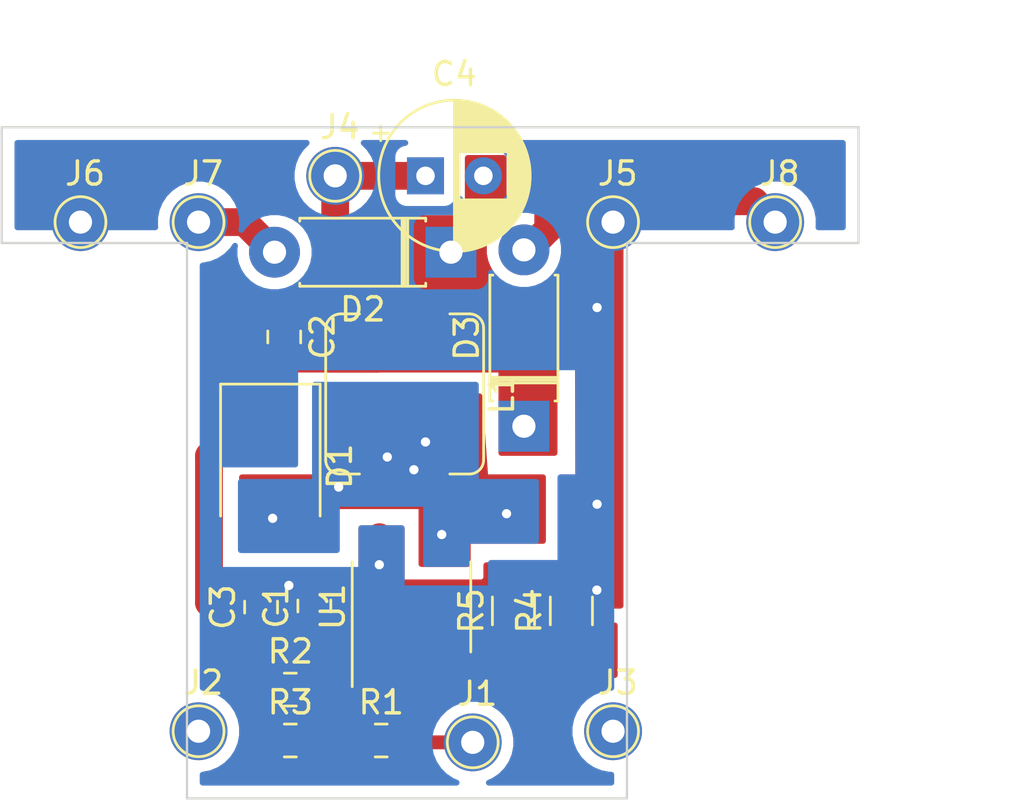
<source format=kicad_pcb>
(kicad_pcb (version 20171130) (host pcbnew "(5.1.0)-1")

  (general
    (thickness 1.6)
    (drawings 10)
    (tracks 98)
    (zones 0)
    (modules 22)
    (nets 13)
  )

  (page A4)
  (layers
    (0 F.Cu signal)
    (31 B.Cu signal)
    (32 B.Adhes user)
    (33 F.Adhes user)
    (34 B.Paste user)
    (35 F.Paste user hide)
    (36 B.SilkS user)
    (37 F.SilkS user)
    (38 B.Mask user)
    (39 F.Mask user)
    (40 Dwgs.User user)
    (41 Cmts.User user)
    (42 Eco1.User user)
    (43 Eco2.User user)
    (44 Edge.Cuts user)
    (45 Margin user)
    (46 B.CrtYd user)
    (47 F.CrtYd user)
    (48 B.Fab user)
    (49 F.Fab user)
  )

  (setup
    (last_trace_width 0.3)
    (user_trace_width 0.6)
    (user_trace_width 1.2)
    (trace_clearance 0.3)
    (zone_clearance 0.5)
    (zone_45_only no)
    (trace_min 0.2)
    (via_size 0.8)
    (via_drill 0.4)
    (via_min_size 0.4)
    (via_min_drill 0.3)
    (uvia_size 0.3)
    (uvia_drill 0.1)
    (uvias_allowed no)
    (uvia_min_size 0.2)
    (uvia_min_drill 0.1)
    (edge_width 0.1)
    (segment_width 0.2)
    (pcb_text_width 0.3)
    (pcb_text_size 1.5 1.5)
    (mod_edge_width 0.15)
    (mod_text_size 1 1)
    (mod_text_width 0.15)
    (pad_size 2.2 2.2)
    (pad_drill 1)
    (pad_to_mask_clearance 0)
    (aux_axis_origin 157 40)
    (grid_origin 157 40)
    (visible_elements 7FFFFFFF)
    (pcbplotparams
      (layerselection 0x00040_fffffffe)
      (usegerberextensions false)
      (usegerberattributes false)
      (usegerberadvancedattributes false)
      (creategerberjobfile false)
      (excludeedgelayer false)
      (linewidth 0.100000)
      (plotframeref false)
      (viasonmask false)
      (mode 1)
      (useauxorigin true)
      (hpglpennumber 1)
      (hpglpenspeed 20)
      (hpglpendiameter 15.000000)
      (psnegative false)
      (psa4output false)
      (plotreference false)
      (plotvalue false)
      (plotinvisibletext false)
      (padsonsilk true)
      (subtractmaskfromsilk false)
      (outputformat 4)
      (mirror true)
      (drillshape 0)
      (scaleselection 1)
      (outputdirectory "fan_output/"))
  )

  (net 0 "")
  (net 1 "Net-(C1-Pad1)")
  (net 2 "Net-(C1-Pad2)")
  (net 3 "Net-(D2-Pad2)")
  (net 4 "Net-(D3-Pad2)")
  (net 5 "Net-(J1-Pad1)")
  (net 6 "Net-(C2-Pad2)")
  (net 7 "Net-(R1-Pad1)")
  (net 8 "Net-(C2-Pad1)")
  (net 9 "Net-(D1-Pad2)")
  (net 10 "Net-(J2-Pad1)")
  (net 11 "Net-(J3-Pad1)")
  (net 12 "Net-(R4-Pad1)")

  (net_class Default 这是默认网络类。
    (clearance 0.3)
    (trace_width 0.3)
    (via_dia 0.8)
    (via_drill 0.4)
    (uvia_dia 0.3)
    (uvia_drill 0.1)
    (add_net "Net-(C1-Pad1)")
    (add_net "Net-(C1-Pad2)")
    (add_net "Net-(C2-Pad1)")
    (add_net "Net-(C2-Pad2)")
    (add_net "Net-(D1-Pad2)")
    (add_net "Net-(D2-Pad2)")
    (add_net "Net-(D3-Pad2)")
    (add_net "Net-(J1-Pad1)")
    (add_net "Net-(J2-Pad1)")
    (add_net "Net-(J3-Pad1)")
    (add_net "Net-(R1-Pad1)")
    (add_net "Net-(R4-Pad1)")
  )

  (module all:CP_Radial_D6.3mm_P2.50mm (layer F.Cu) (tedit 5AE50EF0) (tstamp 61CD21CF)
    (at 175.3 42.1)
    (descr "CP, Radial series, Radial, pin pitch=2.50mm, , diameter=6.3mm, Electrolytic Capacitor")
    (tags "CP Radial series Radial pin pitch 2.50mm  diameter 6.3mm Electrolytic Capacitor")
    (path /61D12AEC)
    (fp_text reference C4 (at 1.25 -4.4) (layer F.SilkS)
      (effects (font (size 1 1) (thickness 0.15)))
    )
    (fp_text value 220/25V (at 1.25 4.4) (layer F.Fab)
      (effects (font (size 1 1) (thickness 0.15)))
    )
    (fp_text user %R (at 1.25 0) (layer F.Fab)
      (effects (font (size 1 1) (thickness 0.15)))
    )
    (fp_line (start -1.935241 -2.154) (end -1.935241 -1.524) (layer F.SilkS) (width 0.12))
    (fp_line (start -2.250241 -1.839) (end -1.620241 -1.839) (layer F.SilkS) (width 0.12))
    (fp_line (start 4.491 -0.402) (end 4.491 0.402) (layer F.SilkS) (width 0.12))
    (fp_line (start 4.451 -0.633) (end 4.451 0.633) (layer F.SilkS) (width 0.12))
    (fp_line (start 4.411 -0.802) (end 4.411 0.802) (layer F.SilkS) (width 0.12))
    (fp_line (start 4.371 -0.94) (end 4.371 0.94) (layer F.SilkS) (width 0.12))
    (fp_line (start 4.331 -1.059) (end 4.331 1.059) (layer F.SilkS) (width 0.12))
    (fp_line (start 4.291 -1.165) (end 4.291 1.165) (layer F.SilkS) (width 0.12))
    (fp_line (start 4.251 -1.262) (end 4.251 1.262) (layer F.SilkS) (width 0.12))
    (fp_line (start 4.211 -1.35) (end 4.211 1.35) (layer F.SilkS) (width 0.12))
    (fp_line (start 4.171 -1.432) (end 4.171 1.432) (layer F.SilkS) (width 0.12))
    (fp_line (start 4.131 -1.509) (end 4.131 1.509) (layer F.SilkS) (width 0.12))
    (fp_line (start 4.091 -1.581) (end 4.091 1.581) (layer F.SilkS) (width 0.12))
    (fp_line (start 4.051 -1.65) (end 4.051 1.65) (layer F.SilkS) (width 0.12))
    (fp_line (start 4.011 -1.714) (end 4.011 1.714) (layer F.SilkS) (width 0.12))
    (fp_line (start 3.971 -1.776) (end 3.971 1.776) (layer F.SilkS) (width 0.12))
    (fp_line (start 3.931 -1.834) (end 3.931 1.834) (layer F.SilkS) (width 0.12))
    (fp_line (start 3.891 -1.89) (end 3.891 1.89) (layer F.SilkS) (width 0.12))
    (fp_line (start 3.851 -1.944) (end 3.851 1.944) (layer F.SilkS) (width 0.12))
    (fp_line (start 3.811 -1.995) (end 3.811 1.995) (layer F.SilkS) (width 0.12))
    (fp_line (start 3.771 -2.044) (end 3.771 2.044) (layer F.SilkS) (width 0.12))
    (fp_line (start 3.731 -2.092) (end 3.731 2.092) (layer F.SilkS) (width 0.12))
    (fp_line (start 3.691 -2.137) (end 3.691 2.137) (layer F.SilkS) (width 0.12))
    (fp_line (start 3.651 -2.182) (end 3.651 2.182) (layer F.SilkS) (width 0.12))
    (fp_line (start 3.611 -2.224) (end 3.611 2.224) (layer F.SilkS) (width 0.12))
    (fp_line (start 3.571 -2.265) (end 3.571 2.265) (layer F.SilkS) (width 0.12))
    (fp_line (start 3.531 1.04) (end 3.531 2.305) (layer F.SilkS) (width 0.12))
    (fp_line (start 3.531 -2.305) (end 3.531 -1.04) (layer F.SilkS) (width 0.12))
    (fp_line (start 3.491 1.04) (end 3.491 2.343) (layer F.SilkS) (width 0.12))
    (fp_line (start 3.491 -2.343) (end 3.491 -1.04) (layer F.SilkS) (width 0.12))
    (fp_line (start 3.451 1.04) (end 3.451 2.38) (layer F.SilkS) (width 0.12))
    (fp_line (start 3.451 -2.38) (end 3.451 -1.04) (layer F.SilkS) (width 0.12))
    (fp_line (start 3.411 1.04) (end 3.411 2.416) (layer F.SilkS) (width 0.12))
    (fp_line (start 3.411 -2.416) (end 3.411 -1.04) (layer F.SilkS) (width 0.12))
    (fp_line (start 3.371 1.04) (end 3.371 2.45) (layer F.SilkS) (width 0.12))
    (fp_line (start 3.371 -2.45) (end 3.371 -1.04) (layer F.SilkS) (width 0.12))
    (fp_line (start 3.331 1.04) (end 3.331 2.484) (layer F.SilkS) (width 0.12))
    (fp_line (start 3.331 -2.484) (end 3.331 -1.04) (layer F.SilkS) (width 0.12))
    (fp_line (start 3.291 1.04) (end 3.291 2.516) (layer F.SilkS) (width 0.12))
    (fp_line (start 3.291 -2.516) (end 3.291 -1.04) (layer F.SilkS) (width 0.12))
    (fp_line (start 3.251 1.04) (end 3.251 2.548) (layer F.SilkS) (width 0.12))
    (fp_line (start 3.251 -2.548) (end 3.251 -1.04) (layer F.SilkS) (width 0.12))
    (fp_line (start 3.211 1.04) (end 3.211 2.578) (layer F.SilkS) (width 0.12))
    (fp_line (start 3.211 -2.578) (end 3.211 -1.04) (layer F.SilkS) (width 0.12))
    (fp_line (start 3.171 1.04) (end 3.171 2.607) (layer F.SilkS) (width 0.12))
    (fp_line (start 3.171 -2.607) (end 3.171 -1.04) (layer F.SilkS) (width 0.12))
    (fp_line (start 3.131 1.04) (end 3.131 2.636) (layer F.SilkS) (width 0.12))
    (fp_line (start 3.131 -2.636) (end 3.131 -1.04) (layer F.SilkS) (width 0.12))
    (fp_line (start 3.091 1.04) (end 3.091 2.664) (layer F.SilkS) (width 0.12))
    (fp_line (start 3.091 -2.664) (end 3.091 -1.04) (layer F.SilkS) (width 0.12))
    (fp_line (start 3.051 1.04) (end 3.051 2.69) (layer F.SilkS) (width 0.12))
    (fp_line (start 3.051 -2.69) (end 3.051 -1.04) (layer F.SilkS) (width 0.12))
    (fp_line (start 3.011 1.04) (end 3.011 2.716) (layer F.SilkS) (width 0.12))
    (fp_line (start 3.011 -2.716) (end 3.011 -1.04) (layer F.SilkS) (width 0.12))
    (fp_line (start 2.971 1.04) (end 2.971 2.742) (layer F.SilkS) (width 0.12))
    (fp_line (start 2.971 -2.742) (end 2.971 -1.04) (layer F.SilkS) (width 0.12))
    (fp_line (start 2.931 1.04) (end 2.931 2.766) (layer F.SilkS) (width 0.12))
    (fp_line (start 2.931 -2.766) (end 2.931 -1.04) (layer F.SilkS) (width 0.12))
    (fp_line (start 2.891 1.04) (end 2.891 2.79) (layer F.SilkS) (width 0.12))
    (fp_line (start 2.891 -2.79) (end 2.891 -1.04) (layer F.SilkS) (width 0.12))
    (fp_line (start 2.851 1.04) (end 2.851 2.812) (layer F.SilkS) (width 0.12))
    (fp_line (start 2.851 -2.812) (end 2.851 -1.04) (layer F.SilkS) (width 0.12))
    (fp_line (start 2.811 1.04) (end 2.811 2.834) (layer F.SilkS) (width 0.12))
    (fp_line (start 2.811 -2.834) (end 2.811 -1.04) (layer F.SilkS) (width 0.12))
    (fp_line (start 2.771 1.04) (end 2.771 2.856) (layer F.SilkS) (width 0.12))
    (fp_line (start 2.771 -2.856) (end 2.771 -1.04) (layer F.SilkS) (width 0.12))
    (fp_line (start 2.731 1.04) (end 2.731 2.876) (layer F.SilkS) (width 0.12))
    (fp_line (start 2.731 -2.876) (end 2.731 -1.04) (layer F.SilkS) (width 0.12))
    (fp_line (start 2.691 1.04) (end 2.691 2.896) (layer F.SilkS) (width 0.12))
    (fp_line (start 2.691 -2.896) (end 2.691 -1.04) (layer F.SilkS) (width 0.12))
    (fp_line (start 2.651 1.04) (end 2.651 2.916) (layer F.SilkS) (width 0.12))
    (fp_line (start 2.651 -2.916) (end 2.651 -1.04) (layer F.SilkS) (width 0.12))
    (fp_line (start 2.611 1.04) (end 2.611 2.934) (layer F.SilkS) (width 0.12))
    (fp_line (start 2.611 -2.934) (end 2.611 -1.04) (layer F.SilkS) (width 0.12))
    (fp_line (start 2.571 1.04) (end 2.571 2.952) (layer F.SilkS) (width 0.12))
    (fp_line (start 2.571 -2.952) (end 2.571 -1.04) (layer F.SilkS) (width 0.12))
    (fp_line (start 2.531 1.04) (end 2.531 2.97) (layer F.SilkS) (width 0.12))
    (fp_line (start 2.531 -2.97) (end 2.531 -1.04) (layer F.SilkS) (width 0.12))
    (fp_line (start 2.491 1.04) (end 2.491 2.986) (layer F.SilkS) (width 0.12))
    (fp_line (start 2.491 -2.986) (end 2.491 -1.04) (layer F.SilkS) (width 0.12))
    (fp_line (start 2.451 1.04) (end 2.451 3.002) (layer F.SilkS) (width 0.12))
    (fp_line (start 2.451 -3.002) (end 2.451 -1.04) (layer F.SilkS) (width 0.12))
    (fp_line (start 2.411 1.04) (end 2.411 3.018) (layer F.SilkS) (width 0.12))
    (fp_line (start 2.411 -3.018) (end 2.411 -1.04) (layer F.SilkS) (width 0.12))
    (fp_line (start 2.371 1.04) (end 2.371 3.033) (layer F.SilkS) (width 0.12))
    (fp_line (start 2.371 -3.033) (end 2.371 -1.04) (layer F.SilkS) (width 0.12))
    (fp_line (start 2.331 1.04) (end 2.331 3.047) (layer F.SilkS) (width 0.12))
    (fp_line (start 2.331 -3.047) (end 2.331 -1.04) (layer F.SilkS) (width 0.12))
    (fp_line (start 2.291 1.04) (end 2.291 3.061) (layer F.SilkS) (width 0.12))
    (fp_line (start 2.291 -3.061) (end 2.291 -1.04) (layer F.SilkS) (width 0.12))
    (fp_line (start 2.251 1.04) (end 2.251 3.074) (layer F.SilkS) (width 0.12))
    (fp_line (start 2.251 -3.074) (end 2.251 -1.04) (layer F.SilkS) (width 0.12))
    (fp_line (start 2.211 1.04) (end 2.211 3.086) (layer F.SilkS) (width 0.12))
    (fp_line (start 2.211 -3.086) (end 2.211 -1.04) (layer F.SilkS) (width 0.12))
    (fp_line (start 2.171 1.04) (end 2.171 3.098) (layer F.SilkS) (width 0.12))
    (fp_line (start 2.171 -3.098) (end 2.171 -1.04) (layer F.SilkS) (width 0.12))
    (fp_line (start 2.131 1.04) (end 2.131 3.11) (layer F.SilkS) (width 0.12))
    (fp_line (start 2.131 -3.11) (end 2.131 -1.04) (layer F.SilkS) (width 0.12))
    (fp_line (start 2.091 1.04) (end 2.091 3.121) (layer F.SilkS) (width 0.12))
    (fp_line (start 2.091 -3.121) (end 2.091 -1.04) (layer F.SilkS) (width 0.12))
    (fp_line (start 2.051 1.04) (end 2.051 3.131) (layer F.SilkS) (width 0.12))
    (fp_line (start 2.051 -3.131) (end 2.051 -1.04) (layer F.SilkS) (width 0.12))
    (fp_line (start 2.011 1.04) (end 2.011 3.141) (layer F.SilkS) (width 0.12))
    (fp_line (start 2.011 -3.141) (end 2.011 -1.04) (layer F.SilkS) (width 0.12))
    (fp_line (start 1.971 1.04) (end 1.971 3.15) (layer F.SilkS) (width 0.12))
    (fp_line (start 1.971 -3.15) (end 1.971 -1.04) (layer F.SilkS) (width 0.12))
    (fp_line (start 1.93 1.04) (end 1.93 3.159) (layer F.SilkS) (width 0.12))
    (fp_line (start 1.93 -3.159) (end 1.93 -1.04) (layer F.SilkS) (width 0.12))
    (fp_line (start 1.89 1.04) (end 1.89 3.167) (layer F.SilkS) (width 0.12))
    (fp_line (start 1.89 -3.167) (end 1.89 -1.04) (layer F.SilkS) (width 0.12))
    (fp_line (start 1.85 1.04) (end 1.85 3.175) (layer F.SilkS) (width 0.12))
    (fp_line (start 1.85 -3.175) (end 1.85 -1.04) (layer F.SilkS) (width 0.12))
    (fp_line (start 1.81 1.04) (end 1.81 3.182) (layer F.SilkS) (width 0.12))
    (fp_line (start 1.81 -3.182) (end 1.81 -1.04) (layer F.SilkS) (width 0.12))
    (fp_line (start 1.77 1.04) (end 1.77 3.189) (layer F.SilkS) (width 0.12))
    (fp_line (start 1.77 -3.189) (end 1.77 -1.04) (layer F.SilkS) (width 0.12))
    (fp_line (start 1.73 1.04) (end 1.73 3.195) (layer F.SilkS) (width 0.12))
    (fp_line (start 1.73 -3.195) (end 1.73 -1.04) (layer F.SilkS) (width 0.12))
    (fp_line (start 1.69 1.04) (end 1.69 3.201) (layer F.SilkS) (width 0.12))
    (fp_line (start 1.69 -3.201) (end 1.69 -1.04) (layer F.SilkS) (width 0.12))
    (fp_line (start 1.65 1.04) (end 1.65 3.206) (layer F.SilkS) (width 0.12))
    (fp_line (start 1.65 -3.206) (end 1.65 -1.04) (layer F.SilkS) (width 0.12))
    (fp_line (start 1.61 1.04) (end 1.61 3.211) (layer F.SilkS) (width 0.12))
    (fp_line (start 1.61 -3.211) (end 1.61 -1.04) (layer F.SilkS) (width 0.12))
    (fp_line (start 1.57 1.04) (end 1.57 3.215) (layer F.SilkS) (width 0.12))
    (fp_line (start 1.57 -3.215) (end 1.57 -1.04) (layer F.SilkS) (width 0.12))
    (fp_line (start 1.53 1.04) (end 1.53 3.218) (layer F.SilkS) (width 0.12))
    (fp_line (start 1.53 -3.218) (end 1.53 -1.04) (layer F.SilkS) (width 0.12))
    (fp_line (start 1.49 1.04) (end 1.49 3.222) (layer F.SilkS) (width 0.12))
    (fp_line (start 1.49 -3.222) (end 1.49 -1.04) (layer F.SilkS) (width 0.12))
    (fp_line (start 1.45 -3.224) (end 1.45 3.224) (layer F.SilkS) (width 0.12))
    (fp_line (start 1.41 -3.227) (end 1.41 3.227) (layer F.SilkS) (width 0.12))
    (fp_line (start 1.37 -3.228) (end 1.37 3.228) (layer F.SilkS) (width 0.12))
    (fp_line (start 1.33 -3.23) (end 1.33 3.23) (layer F.SilkS) (width 0.12))
    (fp_line (start 1.29 -3.23) (end 1.29 3.23) (layer F.SilkS) (width 0.12))
    (fp_line (start 1.25 -3.23) (end 1.25 3.23) (layer F.SilkS) (width 0.12))
    (fp_line (start -1.128972 -1.6885) (end -1.128972 -1.0585) (layer F.Fab) (width 0.1))
    (fp_line (start -1.443972 -1.3735) (end -0.813972 -1.3735) (layer F.Fab) (width 0.1))
    (fp_circle (center 1.25 0) (end 4.65 0) (layer F.CrtYd) (width 0.05))
    (fp_circle (center 1.25 0) (end 4.52 0) (layer F.SilkS) (width 0.12))
    (fp_circle (center 1.25 0) (end 4.4 0) (layer F.Fab) (width 0.1))
    (pad 2 thru_hole circle (at 2.5 0) (size 1.6 1.6) (drill 0.8) (layers *.Cu *.Mask)
      (net 6 "Net-(C2-Pad2)"))
    (pad 1 thru_hole rect (at 0 0) (size 1.6 1.6) (drill 0.8) (layers *.Cu *.Mask)
      (net 8 "Net-(C2-Pad1)"))
    (model ${KISYS3DMOD}/Capacitor_THT.3dshapes/CP_Radial_D6.3mm_P2.50mm.wrl
      (at (xyz 0 0 0))
      (scale (xyz 1 1 1))
      (rotate (xyz 0 0 0))
    )
  )

  (module all:Pad-big (layer F.Cu) (tedit 61CC9518) (tstamp 61C3C0BE)
    (at 190.4 44.1)
    (path /61C5FF01)
    (fp_text reference J8 (at 0.2 -2.1) (layer F.SilkS)
      (effects (font (size 1 1) (thickness 0.15)))
    )
    (fp_text value PAD (at 0 -0.5) (layer F.Fab)
      (effects (font (size 1 1) (thickness 0.15)))
    )
    (fp_circle (center 0 0) (end 1 0) (layer F.Fab) (width 0.12))
    (fp_circle (center 0 0) (end 1.1 0) (layer F.SilkS) (width 0.12))
    (fp_circle (center 0 0) (end 1.1 0) (layer F.CrtYd) (width 0.05))
    (fp_circle (center 0 0) (end 0.5 0) (layer F.Fab) (width 0.12))
    (pad 1 thru_hole circle (at 0 0) (size 2.5 2.5) (drill 1) (layers *.Cu *.Paste *.Mask)
      (net 4 "Net-(D3-Pad2)"))
  )

  (module all:Pad-big (layer F.Cu) (tedit 61CC9518) (tstamp 61C3C0B4)
    (at 165.5 44.1)
    (path /61C5F863)
    (fp_text reference J7 (at 0.2 -2.1) (layer F.SilkS)
      (effects (font (size 1 1) (thickness 0.15)))
    )
    (fp_text value PAD (at 0 -0.5) (layer F.Fab)
      (effects (font (size 1 1) (thickness 0.15)))
    )
    (fp_circle (center 0 0) (end 1 0) (layer F.Fab) (width 0.12))
    (fp_circle (center 0 0) (end 1.1 0) (layer F.SilkS) (width 0.12))
    (fp_circle (center 0 0) (end 1.1 0) (layer F.CrtYd) (width 0.05))
    (fp_circle (center 0 0) (end 0.5 0) (layer F.Fab) (width 0.12))
    (pad 1 thru_hole circle (at 0 0) (size 2.5 2.5) (drill 1) (layers *.Cu *.Paste *.Mask)
      (net 3 "Net-(D2-Pad2)"))
  )

  (module all:Pad-big (layer F.Cu) (tedit 61CC9518) (tstamp 61C49812)
    (at 160.4 44.1)
    (path /61C42A0C)
    (fp_text reference J6 (at 0.2 -2.1) (layer F.SilkS)
      (effects (font (size 1 1) (thickness 0.15)))
    )
    (fp_text value PAD (at 0 -0.5) (layer F.Fab)
      (effects (font (size 1 1) (thickness 0.15)))
    )
    (fp_circle (center 0 0) (end 1 0) (layer F.Fab) (width 0.12))
    (fp_circle (center 0 0) (end 1.1 0) (layer F.SilkS) (width 0.12))
    (fp_circle (center 0 0) (end 1.1 0) (layer F.CrtYd) (width 0.05))
    (fp_circle (center 0 0) (end 0.5 0) (layer F.Fab) (width 0.12))
    (pad 1 thru_hole circle (at 0 0) (size 2.5 2.5) (drill 1) (layers *.Cu *.Paste *.Mask)
      (net 2 "Net-(C1-Pad2)"))
  )

  (module all:Pad-big (layer F.Cu) (tedit 61CC9518) (tstamp 61C3C0AA)
    (at 183.4 44.1)
    (path /61C5BD17)
    (fp_text reference J5 (at 0.2 -2.1) (layer F.SilkS)
      (effects (font (size 1 1) (thickness 0.15)))
    )
    (fp_text value PAD (at 0 -0.5) (layer F.Fab)
      (effects (font (size 1 1) (thickness 0.15)))
    )
    (fp_circle (center 0 0) (end 1 0) (layer F.Fab) (width 0.12))
    (fp_circle (center 0 0) (end 1.1 0) (layer F.SilkS) (width 0.12))
    (fp_circle (center 0 0) (end 1.1 0) (layer F.CrtYd) (width 0.05))
    (fp_circle (center 0 0) (end 0.5 0) (layer F.Fab) (width 0.12))
    (pad 1 thru_hole circle (at 0 0) (size 2.5 2.5) (drill 1) (layers *.Cu *.Paste *.Mask)
      (net 2 "Net-(C1-Pad2)"))
  )

  (module all:Pad-big (layer F.Cu) (tedit 61CC9518) (tstamp 61CD24CF)
    (at 171.4 42.1)
    (path /61C5758C)
    (fp_text reference J4 (at 0.2 -2.1) (layer F.SilkS)
      (effects (font (size 1 1) (thickness 0.15)))
    )
    (fp_text value PAD (at 0 -0.5) (layer F.Fab)
      (effects (font (size 1 1) (thickness 0.15)))
    )
    (fp_circle (center 0 0) (end 1 0) (layer F.Fab) (width 0.12))
    (fp_circle (center 0 0) (end 1.1 0) (layer F.SilkS) (width 0.12))
    (fp_circle (center 0 0) (end 1.1 0) (layer F.CrtYd) (width 0.05))
    (fp_circle (center 0 0) (end 0.5 0) (layer F.Fab) (width 0.12))
    (pad 1 thru_hole circle (at 0 0) (size 2.5 2.5) (drill 1) (layers *.Cu *.Paste *.Mask)
      (net 8 "Net-(C2-Pad1)"))
  )

  (module all:Pad-big (layer F.Cu) (tedit 61CC9518) (tstamp 61C42239)
    (at 183.4 66.1)
    (path /61C43221)
    (fp_text reference J3 (at 0.2 -2.1) (layer F.SilkS)
      (effects (font (size 1 1) (thickness 0.15)))
    )
    (fp_text value PAD (at 0 -0.5) (layer F.Fab)
      (effects (font (size 1 1) (thickness 0.15)))
    )
    (fp_circle (center 0 0) (end 1 0) (layer F.Fab) (width 0.12))
    (fp_circle (center 0 0) (end 1.1 0) (layer F.SilkS) (width 0.12))
    (fp_circle (center 0 0) (end 1.1 0) (layer F.CrtYd) (width 0.05))
    (fp_circle (center 0 0) (end 0.5 0) (layer F.Fab) (width 0.12))
    (pad 1 thru_hole circle (at 0 0) (size 2.5 2.5) (drill 1) (layers *.Cu *.Paste *.Mask)
      (net 11 "Net-(J3-Pad1)"))
  )

  (module all:Pad-big (layer F.Cu) (tedit 61CC9518) (tstamp 61C42230)
    (at 165.5 66.1)
    (path /61C42DEE)
    (fp_text reference J2 (at 0.2 -2.1) (layer F.SilkS)
      (effects (font (size 1 1) (thickness 0.15)))
    )
    (fp_text value PAD (at 0 -0.5) (layer F.Fab)
      (effects (font (size 1 1) (thickness 0.15)))
    )
    (fp_circle (center 0 0) (end 1 0) (layer F.Fab) (width 0.12))
    (fp_circle (center 0 0) (end 1.1 0) (layer F.SilkS) (width 0.12))
    (fp_circle (center 0 0) (end 1.1 0) (layer F.CrtYd) (width 0.05))
    (fp_circle (center 0 0) (end 0.5 0) (layer F.Fab) (width 0.12))
    (pad 1 thru_hole circle (at 0 0) (size 2.5 2.5) (drill 1) (layers *.Cu *.Paste *.Mask)
      (net 10 "Net-(J2-Pad1)"))
  )

  (module all:Pad-big (layer F.Cu) (tedit 61CC9518) (tstamp 61C3C096)
    (at 177.34 66.58)
    (path /61C5B6DD)
    (fp_text reference J1 (at 0.2 -2.1) (layer F.SilkS)
      (effects (font (size 1 1) (thickness 0.15)))
    )
    (fp_text value PAD (at 0 -0.5) (layer F.Fab)
      (effects (font (size 1 1) (thickness 0.15)))
    )
    (fp_circle (center 0 0) (end 1 0) (layer F.Fab) (width 0.12))
    (fp_circle (center 0 0) (end 1.1 0) (layer F.SilkS) (width 0.12))
    (fp_circle (center 0 0) (end 1.1 0) (layer F.CrtYd) (width 0.05))
    (fp_circle (center 0 0) (end 0.5 0) (layer F.Fab) (width 0.12))
    (pad 1 thru_hole circle (at 0 0) (size 2.5 2.5) (drill 1) (layers *.Cu *.Paste *.Mask)
      (net 5 "Net-(J1-Pad1)"))
  )

  (module all:SOP-8_3.9x4.9mm_P1.27mm (layer F.Cu) (tedit 5D9F72B1) (tstamp 61CCCD83)
    (at 174.695 60.725 90)
    (descr "SOP, 8 Pin (http://www.macronix.com/Lists/Datasheet/Attachments/7534/MX25R3235F,%20Wide%20Range,%2032Mb,%20v1.6.pdf#page=79), generated with kicad-footprint-generator ipc_gullwing_generator.py")
    (tags "SOP SO")
    (path /61CC8CBB)
    (attr smd)
    (fp_text reference U1 (at 0 -3.4 90) (layer F.SilkS)
      (effects (font (size 1 1) (thickness 0.15)))
    )
    (fp_text value Hi7002 (at 0 3.4 90) (layer F.Fab)
      (effects (font (size 1 1) (thickness 0.15)))
    )
    (fp_text user %R (at 0 0 90) (layer F.Fab)
      (effects (font (size 0.98 0.98) (thickness 0.15)))
    )
    (fp_line (start 3.7 -2.7) (end -3.7 -2.7) (layer F.CrtYd) (width 0.05))
    (fp_line (start 3.7 2.7) (end 3.7 -2.7) (layer F.CrtYd) (width 0.05))
    (fp_line (start -3.7 2.7) (end 3.7 2.7) (layer F.CrtYd) (width 0.05))
    (fp_line (start -3.7 -2.7) (end -3.7 2.7) (layer F.CrtYd) (width 0.05))
    (fp_line (start -1.95 -1.475) (end -0.975 -2.45) (layer F.Fab) (width 0.1))
    (fp_line (start -1.95 2.45) (end -1.95 -1.475) (layer F.Fab) (width 0.1))
    (fp_line (start 1.95 2.45) (end -1.95 2.45) (layer F.Fab) (width 0.1))
    (fp_line (start 1.95 -2.45) (end 1.95 2.45) (layer F.Fab) (width 0.1))
    (fp_line (start -0.975 -2.45) (end 1.95 -2.45) (layer F.Fab) (width 0.1))
    (fp_line (start 0 -2.56) (end -3.45 -2.56) (layer F.SilkS) (width 0.12))
    (fp_line (start 0 -2.56) (end 1.95 -2.56) (layer F.SilkS) (width 0.12))
    (fp_line (start 0 2.56) (end -1.95 2.56) (layer F.SilkS) (width 0.12))
    (fp_line (start 0 2.56) (end 1.95 2.56) (layer F.SilkS) (width 0.12))
    (pad 8 smd roundrect (at 2.625 -1.905 90) (size 1.65 0.6) (layers F.Cu F.Paste F.Mask) (roundrect_rratio 0.25)
      (net 2 "Net-(C1-Pad2)"))
    (pad 7 smd roundrect (at 2.625 -0.635 90) (size 1.65 0.6) (layers F.Cu F.Paste F.Mask) (roundrect_rratio 0.25)
      (net 2 "Net-(C1-Pad2)"))
    (pad 6 smd roundrect (at 2.625 0.635 90) (size 1.65 0.6) (layers F.Cu F.Paste F.Mask) (roundrect_rratio 0.25)
      (net 9 "Net-(D1-Pad2)"))
    (pad 5 smd roundrect (at 2.625 1.905 90) (size 1.65 0.6) (layers F.Cu F.Paste F.Mask) (roundrect_rratio 0.25)
      (net 9 "Net-(D1-Pad2)"))
    (pad 4 smd roundrect (at -2.625 1.905 90) (size 1.65 0.6) (layers F.Cu F.Paste F.Mask) (roundrect_rratio 0.25)
      (net 12 "Net-(R4-Pad1)"))
    (pad 3 smd roundrect (at -2.625 0.635 90) (size 1.65 0.6) (layers F.Cu F.Paste F.Mask) (roundrect_rratio 0.25)
      (net 1 "Net-(C1-Pad1)"))
    (pad 2 smd roundrect (at -2.625 -0.635 90) (size 1.65 0.6) (layers F.Cu F.Paste F.Mask) (roundrect_rratio 0.25)
      (net 7 "Net-(R1-Pad1)"))
    (pad 1 smd roundrect (at -2.625 -1.905 90) (size 1.65 0.6) (layers F.Cu F.Paste F.Mask) (roundrect_rratio 0.25)
      (net 1 "Net-(C1-Pad1)"))
    (model ${KISYS3DMOD}/Package_SO.3dshapes/SOP-8_3.9x4.9mm_P1.27mm.wrl
      (at (xyz 0 0 0))
      (scale (xyz 1 1 1))
      (rotate (xyz 0 0 0))
    )
  )

  (module all:R_1206_3216Metric (layer F.Cu) (tedit 5B301BBD) (tstamp 61CCCD69)
    (at 179.1 60.9 90)
    (descr "Resistor SMD 1206 (3216 Metric), square (rectangular) end terminal, IPC_7351 nominal, (Body size source: http://www.tortai-tech.com/upload/download/2011102023233369053.pdf), generated with kicad-footprint-generator")
    (tags resistor)
    (path /61CDC165)
    (attr smd)
    (fp_text reference R5 (at 0 -1.82 90) (layer F.SilkS)
      (effects (font (size 1 1) (thickness 0.15)))
    )
    (fp_text value 0.39 (at 0 1.82 90) (layer F.Fab)
      (effects (font (size 1 1) (thickness 0.15)))
    )
    (fp_text user %R (at 0 0 90) (layer F.Fab)
      (effects (font (size 0.8 0.8) (thickness 0.12)))
    )
    (fp_line (start 2.28 1.12) (end -2.28 1.12) (layer F.CrtYd) (width 0.05))
    (fp_line (start 2.28 -1.12) (end 2.28 1.12) (layer F.CrtYd) (width 0.05))
    (fp_line (start -2.28 -1.12) (end 2.28 -1.12) (layer F.CrtYd) (width 0.05))
    (fp_line (start -2.28 1.12) (end -2.28 -1.12) (layer F.CrtYd) (width 0.05))
    (fp_line (start -0.602064 0.91) (end 0.602064 0.91) (layer F.SilkS) (width 0.12))
    (fp_line (start -0.602064 -0.91) (end 0.602064 -0.91) (layer F.SilkS) (width 0.12))
    (fp_line (start 1.6 0.8) (end -1.6 0.8) (layer F.Fab) (width 0.1))
    (fp_line (start 1.6 -0.8) (end 1.6 0.8) (layer F.Fab) (width 0.1))
    (fp_line (start -1.6 -0.8) (end 1.6 -0.8) (layer F.Fab) (width 0.1))
    (fp_line (start -1.6 0.8) (end -1.6 -0.8) (layer F.Fab) (width 0.1))
    (pad 2 smd roundrect (at 1.4 0 90) (size 1.25 1.75) (layers F.Cu F.Paste F.Mask) (roundrect_rratio 0.2)
      (net 2 "Net-(C1-Pad2)"))
    (pad 1 smd roundrect (at -1.4 0 90) (size 1.25 1.75) (layers F.Cu F.Paste F.Mask) (roundrect_rratio 0.2)
      (net 12 "Net-(R4-Pad1)"))
    (model ${KISYS3DMOD}/Resistor_SMD.3dshapes/R_1206_3216Metric.wrl
      (at (xyz 0 0 0))
      (scale (xyz 1 1 1))
      (rotate (xyz 0 0 0))
    )
  )

  (module all:R_1206_3216Metric (layer F.Cu) (tedit 5B301BBD) (tstamp 61CCCD58)
    (at 181.6 60.9 90)
    (descr "Resistor SMD 1206 (3216 Metric), square (rectangular) end terminal, IPC_7351 nominal, (Body size source: http://www.tortai-tech.com/upload/download/2011102023233369053.pdf), generated with kicad-footprint-generator")
    (tags resistor)
    (path /61CD9908)
    (attr smd)
    (fp_text reference R4 (at 0 -1.82 90) (layer F.SilkS)
      (effects (font (size 1 1) (thickness 0.15)))
    )
    (fp_text value 0.39 (at 0 1.82 90) (layer F.Fab)
      (effects (font (size 1 1) (thickness 0.15)))
    )
    (fp_text user %R (at 0 0 90) (layer F.Fab)
      (effects (font (size 0.8 0.8) (thickness 0.12)))
    )
    (fp_line (start 2.28 1.12) (end -2.28 1.12) (layer F.CrtYd) (width 0.05))
    (fp_line (start 2.28 -1.12) (end 2.28 1.12) (layer F.CrtYd) (width 0.05))
    (fp_line (start -2.28 -1.12) (end 2.28 -1.12) (layer F.CrtYd) (width 0.05))
    (fp_line (start -2.28 1.12) (end -2.28 -1.12) (layer F.CrtYd) (width 0.05))
    (fp_line (start -0.602064 0.91) (end 0.602064 0.91) (layer F.SilkS) (width 0.12))
    (fp_line (start -0.602064 -0.91) (end 0.602064 -0.91) (layer F.SilkS) (width 0.12))
    (fp_line (start 1.6 0.8) (end -1.6 0.8) (layer F.Fab) (width 0.1))
    (fp_line (start 1.6 -0.8) (end 1.6 0.8) (layer F.Fab) (width 0.1))
    (fp_line (start -1.6 -0.8) (end 1.6 -0.8) (layer F.Fab) (width 0.1))
    (fp_line (start -1.6 0.8) (end -1.6 -0.8) (layer F.Fab) (width 0.1))
    (pad 2 smd roundrect (at 1.4 0 90) (size 1.25 1.75) (layers F.Cu F.Paste F.Mask) (roundrect_rratio 0.2)
      (net 2 "Net-(C1-Pad2)"))
    (pad 1 smd roundrect (at -1.4 0 90) (size 1.25 1.75) (layers F.Cu F.Paste F.Mask) (roundrect_rratio 0.2)
      (net 12 "Net-(R4-Pad1)"))
    (model ${KISYS3DMOD}/Resistor_SMD.3dshapes/R_1206_3216Metric.wrl
      (at (xyz 0 0 0))
      (scale (xyz 1 1 1))
      (rotate (xyz 0 0 0))
    )
  )

  (module all:R_0805_2012Metric (layer F.Cu) (tedit 5B36C52B) (tstamp 61CCCD47)
    (at 169.4625 66.5)
    (descr "Resistor SMD 0805 (2012 Metric), square (rectangular) end terminal, IPC_7351 nominal, (Body size source: https://docs.google.com/spreadsheets/d/1BsfQQcO9C6DZCsRaXUlFlo91Tg2WpOkGARC1WS5S8t0/edit?usp=sharing), generated with kicad-footprint-generator")
    (tags resistor)
    (path /61CD52C3)
    (attr smd)
    (fp_text reference R3 (at 0 -1.65) (layer F.SilkS)
      (effects (font (size 1 1) (thickness 0.15)))
    )
    (fp_text value 2.2k (at 0 1.65) (layer F.Fab)
      (effects (font (size 1 1) (thickness 0.15)))
    )
    (fp_text user %R (at 0 0) (layer F.Fab)
      (effects (font (size 0.5 0.5) (thickness 0.08)))
    )
    (fp_line (start 1.68 0.95) (end -1.68 0.95) (layer F.CrtYd) (width 0.05))
    (fp_line (start 1.68 -0.95) (end 1.68 0.95) (layer F.CrtYd) (width 0.05))
    (fp_line (start -1.68 -0.95) (end 1.68 -0.95) (layer F.CrtYd) (width 0.05))
    (fp_line (start -1.68 0.95) (end -1.68 -0.95) (layer F.CrtYd) (width 0.05))
    (fp_line (start -0.258578 0.71) (end 0.258578 0.71) (layer F.SilkS) (width 0.12))
    (fp_line (start -0.258578 -0.71) (end 0.258578 -0.71) (layer F.SilkS) (width 0.12))
    (fp_line (start 1 0.6) (end -1 0.6) (layer F.Fab) (width 0.1))
    (fp_line (start 1 -0.6) (end 1 0.6) (layer F.Fab) (width 0.1))
    (fp_line (start -1 -0.6) (end 1 -0.6) (layer F.Fab) (width 0.1))
    (fp_line (start -1 0.6) (end -1 -0.6) (layer F.Fab) (width 0.1))
    (pad 2 smd roundrect (at 0.9375 0) (size 0.975 1.4) (layers F.Cu F.Paste F.Mask) (roundrect_rratio 0.25)
      (net 1 "Net-(C1-Pad1)"))
    (pad 1 smd roundrect (at -0.9375 0) (size 0.975 1.4) (layers F.Cu F.Paste F.Mask) (roundrect_rratio 0.25)
      (net 8 "Net-(C2-Pad1)"))
    (model ${KISYS3DMOD}/Resistor_SMD.3dshapes/R_0805_2012Metric.wrl
      (at (xyz 0 0 0))
      (scale (xyz 1 1 1))
      (rotate (xyz 0 0 0))
    )
  )

  (module all:R_0805_2012Metric (layer F.Cu) (tedit 5B36C52B) (tstamp 61CD05A6)
    (at 169.4625 64.3)
    (descr "Resistor SMD 0805 (2012 Metric), square (rectangular) end terminal, IPC_7351 nominal, (Body size source: https://docs.google.com/spreadsheets/d/1BsfQQcO9C6DZCsRaXUlFlo91Tg2WpOkGARC1WS5S8t0/edit?usp=sharing), generated with kicad-footprint-generator")
    (tags resistor)
    (path /61CDE95F)
    (attr smd)
    (fp_text reference R2 (at 0 -1.65) (layer F.SilkS)
      (effects (font (size 1 1) (thickness 0.15)))
    )
    (fp_text value 2.2k (at 0 1.65) (layer F.Fab)
      (effects (font (size 1 1) (thickness 0.15)))
    )
    (fp_text user %R (at 0 0) (layer F.Fab)
      (effects (font (size 0.5 0.5) (thickness 0.08)))
    )
    (fp_line (start 1.68 0.95) (end -1.68 0.95) (layer F.CrtYd) (width 0.05))
    (fp_line (start 1.68 -0.95) (end 1.68 0.95) (layer F.CrtYd) (width 0.05))
    (fp_line (start -1.68 -0.95) (end 1.68 -0.95) (layer F.CrtYd) (width 0.05))
    (fp_line (start -1.68 0.95) (end -1.68 -0.95) (layer F.CrtYd) (width 0.05))
    (fp_line (start -0.258578 0.71) (end 0.258578 0.71) (layer F.SilkS) (width 0.12))
    (fp_line (start -0.258578 -0.71) (end 0.258578 -0.71) (layer F.SilkS) (width 0.12))
    (fp_line (start 1 0.6) (end -1 0.6) (layer F.Fab) (width 0.1))
    (fp_line (start 1 -0.6) (end 1 0.6) (layer F.Fab) (width 0.1))
    (fp_line (start -1 -0.6) (end 1 -0.6) (layer F.Fab) (width 0.1))
    (fp_line (start -1 0.6) (end -1 -0.6) (layer F.Fab) (width 0.1))
    (pad 2 smd roundrect (at 0.9375 0) (size 0.975 1.4) (layers F.Cu F.Paste F.Mask) (roundrect_rratio 0.25)
      (net 1 "Net-(C1-Pad1)"))
    (pad 1 smd roundrect (at -0.9375 0) (size 0.975 1.4) (layers F.Cu F.Paste F.Mask) (roundrect_rratio 0.25)
      (net 8 "Net-(C2-Pad1)"))
    (model ${KISYS3DMOD}/Resistor_SMD.3dshapes/R_0805_2012Metric.wrl
      (at (xyz 0 0 0))
      (scale (xyz 1 1 1))
      (rotate (xyz 0 0 0))
    )
  )

  (module all:R_0805_2012Metric (layer F.Cu) (tedit 5B36C52B) (tstamp 61C5AB17)
    (at 173.3875 66.5)
    (descr "Resistor SMD 0805 (2012 Metric), square (rectangular) end terminal, IPC_7351 nominal, (Body size source: https://docs.google.com/spreadsheets/d/1BsfQQcO9C6DZCsRaXUlFlo91Tg2WpOkGARC1WS5S8t0/edit?usp=sharing), generated with kicad-footprint-generator")
    (tags resistor)
    (path /61C59EBC)
    (attr smd)
    (fp_text reference R1 (at 0 -1.65) (layer F.SilkS)
      (effects (font (size 1 1) (thickness 0.15)))
    )
    (fp_text value 4.7k (at 0 1.65) (layer F.Fab)
      (effects (font (size 1 1) (thickness 0.15)))
    )
    (fp_text user %R (at 0 0) (layer F.Fab)
      (effects (font (size 0.5 0.5) (thickness 0.08)))
    )
    (fp_line (start 1.68 0.95) (end -1.68 0.95) (layer F.CrtYd) (width 0.05))
    (fp_line (start 1.68 -0.95) (end 1.68 0.95) (layer F.CrtYd) (width 0.05))
    (fp_line (start -1.68 -0.95) (end 1.68 -0.95) (layer F.CrtYd) (width 0.05))
    (fp_line (start -1.68 0.95) (end -1.68 -0.95) (layer F.CrtYd) (width 0.05))
    (fp_line (start -0.258578 0.71) (end 0.258578 0.71) (layer F.SilkS) (width 0.12))
    (fp_line (start -0.258578 -0.71) (end 0.258578 -0.71) (layer F.SilkS) (width 0.12))
    (fp_line (start 1 0.6) (end -1 0.6) (layer F.Fab) (width 0.1))
    (fp_line (start 1 -0.6) (end 1 0.6) (layer F.Fab) (width 0.1))
    (fp_line (start -1 -0.6) (end 1 -0.6) (layer F.Fab) (width 0.1))
    (fp_line (start -1 0.6) (end -1 -0.6) (layer F.Fab) (width 0.1))
    (pad 2 smd roundrect (at 0.9375 0) (size 0.975 1.4) (layers F.Cu F.Paste F.Mask) (roundrect_rratio 0.25)
      (net 5 "Net-(J1-Pad1)"))
    (pad 1 smd roundrect (at -0.9375 0) (size 0.975 1.4) (layers F.Cu F.Paste F.Mask) (roundrect_rratio 0.25)
      (net 7 "Net-(R1-Pad1)"))
    (model ${KISYS3DMOD}/Resistor_SMD.3dshapes/R_0805_2012Metric.wrl
      (at (xyz 0 0 0))
      (scale (xyz 1 1 1))
      (rotate (xyz 0 0 0))
    )
  )

  (module all:D_DO-41_SOD81_P7.62mm_Horizontal (layer F.Cu) (tedit 61CC9E4C) (tstamp 61C477F8)
    (at 179.55 52.92 90)
    (descr "Diode, DO-41_SOD81 series, Axial, Horizontal, pin pitch=7.62mm, , length*diameter=5.2*2.7mm^2, , http://www.diodes.com/_files/packages/DO-41%20(Plastic).pdf")
    (tags "Diode DO-41_SOD81 series Axial Horizontal pin pitch 7.62mm  length 5.2mm diameter 2.7mm")
    (path /61C5D5FB)
    (fp_text reference D3 (at 3.81 -2.47 90) (layer F.SilkS)
      (effects (font (size 1 1) (thickness 0.15)))
    )
    (fp_text value 1N4001 (at 3.81 2.47 90) (layer F.Fab)
      (effects (font (size 1 1) (thickness 0.15)))
    )
    (fp_text user K (at 0 -2.1 90) (layer F.Fab)
      (effects (font (size 1 1) (thickness 0.15)))
    )
    (fp_text user K (at 0 -2.1 90) (layer F.Fab)
      (effects (font (size 1 1) (thickness 0.15)))
    )
    (fp_text user %R (at 4.2 0 90) (layer F.Fab)
      (effects (font (size 1 1) (thickness 0.15)))
    )
    (fp_line (start 8.97 -1.6) (end -1.35 -1.6) (layer F.CrtYd) (width 0.05))
    (fp_line (start 8.97 1.6) (end 8.97 -1.6) (layer F.CrtYd) (width 0.05))
    (fp_line (start -1.35 1.6) (end 8.97 1.6) (layer F.CrtYd) (width 0.05))
    (fp_line (start -1.35 -1.6) (end -1.35 1.6) (layer F.CrtYd) (width 0.05))
    (fp_line (start 1.87 -1.47) (end 1.87 1.47) (layer F.SilkS) (width 0.12))
    (fp_line (start 2.11 -1.47) (end 2.11 1.47) (layer F.SilkS) (width 0.12))
    (fp_line (start 1.99 -1.47) (end 1.99 1.47) (layer F.SilkS) (width 0.12))
    (fp_line (start 6.53 1.47) (end 6.53 1.34) (layer F.SilkS) (width 0.12))
    (fp_line (start 1.09 1.47) (end 6.53 1.47) (layer F.SilkS) (width 0.12))
    (fp_line (start 1.09 1.34) (end 1.09 1.47) (layer F.SilkS) (width 0.12))
    (fp_line (start 6.53 -1.47) (end 6.53 -1.34) (layer F.SilkS) (width 0.12))
    (fp_line (start 1.09 -1.47) (end 6.53 -1.47) (layer F.SilkS) (width 0.12))
    (fp_line (start 1.09 -1.34) (end 1.09 -1.47) (layer F.SilkS) (width 0.12))
    (fp_line (start 1.89 -1.35) (end 1.89 1.35) (layer F.Fab) (width 0.1))
    (fp_line (start 2.09 -1.35) (end 2.09 1.35) (layer F.Fab) (width 0.1))
    (fp_line (start 1.99 -1.35) (end 1.99 1.35) (layer F.Fab) (width 0.1))
    (fp_line (start 7.62 0) (end 6.41 0) (layer F.Fab) (width 0.1))
    (fp_line (start 0 0) (end 1.21 0) (layer F.Fab) (width 0.1))
    (fp_line (start 6.41 -1.35) (end 1.21 -1.35) (layer F.Fab) (width 0.1))
    (fp_line (start 6.41 1.35) (end 6.41 -1.35) (layer F.Fab) (width 0.1))
    (fp_line (start 1.21 1.35) (end 6.41 1.35) (layer F.Fab) (width 0.1))
    (fp_line (start 1.21 -1.35) (end 1.21 1.35) (layer F.Fab) (width 0.1))
    (pad 2 thru_hole circle (at 7.62 0 90) (size 2.2 2.2) (drill 1) (layers *.Cu *.Mask)
      (net 4 "Net-(D3-Pad2)"))
    (pad 1 thru_hole rect (at 0 0 90) (size 2.2 2.2) (drill 1) (layers *.Cu *.Mask)
      (net 6 "Net-(C2-Pad2)"))
    (model ${KISYS3DMOD}/Diode_THT.3dshapes/D_DO-41_SOD81_P7.62mm_Horizontal.wrl
      (at (xyz 0 0 0))
      (scale (xyz 1 1 1))
      (rotate (xyz 0 0 0))
    )
  )

  (module all:D_DO-41_SOD81_P7.62mm_Horizontal (layer F.Cu) (tedit 61CC9E4C) (tstamp 61C3C073)
    (at 176.4 45.4 180)
    (descr "Diode, DO-41_SOD81 series, Axial, Horizontal, pin pitch=7.62mm, , length*diameter=5.2*2.7mm^2, , http://www.diodes.com/_files/packages/DO-41%20(Plastic).pdf")
    (tags "Diode DO-41_SOD81 series Axial Horizontal pin pitch 7.62mm  length 5.2mm diameter 2.7mm")
    (path /61C5CC94)
    (fp_text reference D2 (at 3.81 -2.47 180) (layer F.SilkS)
      (effects (font (size 1 1) (thickness 0.15)))
    )
    (fp_text value 1N4001 (at 3.81 2.47 180) (layer F.Fab)
      (effects (font (size 1 1) (thickness 0.15)))
    )
    (fp_text user K (at 0 -2.1 180) (layer F.Fab)
      (effects (font (size 1 1) (thickness 0.15)))
    )
    (fp_text user K (at 0 -2.1 180) (layer F.Fab)
      (effects (font (size 1 1) (thickness 0.15)))
    )
    (fp_text user %R (at 4.2 0 180) (layer F.Fab)
      (effects (font (size 1 1) (thickness 0.15)))
    )
    (fp_line (start 8.97 -1.6) (end -1.35 -1.6) (layer F.CrtYd) (width 0.05))
    (fp_line (start 8.97 1.6) (end 8.97 -1.6) (layer F.CrtYd) (width 0.05))
    (fp_line (start -1.35 1.6) (end 8.97 1.6) (layer F.CrtYd) (width 0.05))
    (fp_line (start -1.35 -1.6) (end -1.35 1.6) (layer F.CrtYd) (width 0.05))
    (fp_line (start 1.87 -1.47) (end 1.87 1.47) (layer F.SilkS) (width 0.12))
    (fp_line (start 2.11 -1.47) (end 2.11 1.47) (layer F.SilkS) (width 0.12))
    (fp_line (start 1.99 -1.47) (end 1.99 1.47) (layer F.SilkS) (width 0.12))
    (fp_line (start 6.53 1.47) (end 6.53 1.34) (layer F.SilkS) (width 0.12))
    (fp_line (start 1.09 1.47) (end 6.53 1.47) (layer F.SilkS) (width 0.12))
    (fp_line (start 1.09 1.34) (end 1.09 1.47) (layer F.SilkS) (width 0.12))
    (fp_line (start 6.53 -1.47) (end 6.53 -1.34) (layer F.SilkS) (width 0.12))
    (fp_line (start 1.09 -1.47) (end 6.53 -1.47) (layer F.SilkS) (width 0.12))
    (fp_line (start 1.09 -1.34) (end 1.09 -1.47) (layer F.SilkS) (width 0.12))
    (fp_line (start 1.89 -1.35) (end 1.89 1.35) (layer F.Fab) (width 0.1))
    (fp_line (start 2.09 -1.35) (end 2.09 1.35) (layer F.Fab) (width 0.1))
    (fp_line (start 1.99 -1.35) (end 1.99 1.35) (layer F.Fab) (width 0.1))
    (fp_line (start 7.62 0) (end 6.41 0) (layer F.Fab) (width 0.1))
    (fp_line (start 0 0) (end 1.21 0) (layer F.Fab) (width 0.1))
    (fp_line (start 6.41 -1.35) (end 1.21 -1.35) (layer F.Fab) (width 0.1))
    (fp_line (start 6.41 1.35) (end 6.41 -1.35) (layer F.Fab) (width 0.1))
    (fp_line (start 1.21 1.35) (end 6.41 1.35) (layer F.Fab) (width 0.1))
    (fp_line (start 1.21 -1.35) (end 1.21 1.35) (layer F.Fab) (width 0.1))
    (pad 2 thru_hole circle (at 7.62 0 180) (size 2.2 2.2) (drill 1) (layers *.Cu *.Mask)
      (net 3 "Net-(D2-Pad2)"))
    (pad 1 thru_hole rect (at 0 0 180) (size 2.2 2.2) (drill 1) (layers *.Cu *.Mask)
      (net 6 "Net-(C2-Pad2)"))
    (model ${KISYS3DMOD}/Diode_THT.3dshapes/D_DO-41_SOD81_P7.62mm_Horizontal.wrl
      (at (xyz 0 0 0))
      (scale (xyz 1 1 1))
      (rotate (xyz 0 0 0))
    )
  )

  (module all:D_SMB (layer F.Cu) (tedit 58645DF3) (tstamp 61C5CA02)
    (at 168.6 54.65 270)
    (descr "Diode SMB (DO-214AA)")
    (tags "Diode SMB (DO-214AA)")
    (path /61C55A29)
    (attr smd)
    (fp_text reference D1 (at 0 -3 270) (layer F.SilkS)
      (effects (font (size 1 1) (thickness 0.15)))
    )
    (fp_text value SS34 (at 0 3.1 270) (layer F.Fab)
      (effects (font (size 1 1) (thickness 0.15)))
    )
    (fp_text user %R (at 0 -3 270) (layer F.Fab)
      (effects (font (size 1 1) (thickness 0.15)))
    )
    (fp_line (start -3.55 -2.15) (end -3.55 2.15) (layer F.SilkS) (width 0.12))
    (fp_line (start 2.3 2) (end -2.3 2) (layer F.Fab) (width 0.1))
    (fp_line (start -2.3 2) (end -2.3 -2) (layer F.Fab) (width 0.1))
    (fp_line (start 2.3 -2) (end 2.3 2) (layer F.Fab) (width 0.1))
    (fp_line (start 2.3 -2) (end -2.3 -2) (layer F.Fab) (width 0.1))
    (fp_line (start -3.65 -2.25) (end 3.65 -2.25) (layer F.CrtYd) (width 0.05))
    (fp_line (start 3.65 -2.25) (end 3.65 2.25) (layer F.CrtYd) (width 0.05))
    (fp_line (start 3.65 2.25) (end -3.65 2.25) (layer F.CrtYd) (width 0.05))
    (fp_line (start -3.65 2.25) (end -3.65 -2.25) (layer F.CrtYd) (width 0.05))
    (fp_line (start -0.64944 0.00102) (end -1.55114 0.00102) (layer F.Fab) (width 0.1))
    (fp_line (start 0.50118 0.00102) (end 1.4994 0.00102) (layer F.Fab) (width 0.1))
    (fp_line (start -0.64944 -0.79908) (end -0.64944 0.80112) (layer F.Fab) (width 0.1))
    (fp_line (start 0.50118 0.75032) (end 0.50118 -0.79908) (layer F.Fab) (width 0.1))
    (fp_line (start -0.64944 0.00102) (end 0.50118 0.75032) (layer F.Fab) (width 0.1))
    (fp_line (start -0.64944 0.00102) (end 0.50118 -0.79908) (layer F.Fab) (width 0.1))
    (fp_line (start -3.55 2.15) (end 2.15 2.15) (layer F.SilkS) (width 0.12))
    (fp_line (start -3.55 -2.15) (end 2.15 -2.15) (layer F.SilkS) (width 0.12))
    (pad 1 smd rect (at -2.15 0 270) (size 2.5 2.3) (layers F.Cu F.Paste F.Mask)
      (net 8 "Net-(C2-Pad1)"))
    (pad 2 smd rect (at 2.15 0 270) (size 2.5 2.3) (layers F.Cu F.Paste F.Mask)
      (net 9 "Net-(D1-Pad2)"))
    (model ${KISYS3DMOD}/Diode_SMD.3dshapes/D_SMB.wrl
      (at (xyz 0 0 0))
      (scale (xyz 1 1 1))
      (rotate (xyz 0 0 0))
    )
  )

  (module all:C_0805_2012Metric (layer F.Cu) (tedit 5B36C52B) (tstamp 61CCCC10)
    (at 169.2 49.0625 270)
    (descr "Capacitor SMD 0805 (2012 Metric), square (rectangular) end terminal, IPC_7351 nominal, (Body size source: https://docs.google.com/spreadsheets/d/1BsfQQcO9C6DZCsRaXUlFlo91Tg2WpOkGARC1WS5S8t0/edit?usp=sharing), generated with kicad-footprint-generator")
    (tags capacitor)
    (path /61CC81B6)
    (attr smd)
    (fp_text reference C2 (at 0 -1.65 270) (layer F.SilkS)
      (effects (font (size 1 1) (thickness 0.15)))
    )
    (fp_text value 1/25V (at 0 1.65 270) (layer F.Fab)
      (effects (font (size 1 1) (thickness 0.15)))
    )
    (fp_text user %R (at 0 0 270) (layer F.Fab)
      (effects (font (size 0.5 0.5) (thickness 0.08)))
    )
    (fp_line (start 1.68 0.95) (end -1.68 0.95) (layer F.CrtYd) (width 0.05))
    (fp_line (start 1.68 -0.95) (end 1.68 0.95) (layer F.CrtYd) (width 0.05))
    (fp_line (start -1.68 -0.95) (end 1.68 -0.95) (layer F.CrtYd) (width 0.05))
    (fp_line (start -1.68 0.95) (end -1.68 -0.95) (layer F.CrtYd) (width 0.05))
    (fp_line (start -0.258578 0.71) (end 0.258578 0.71) (layer F.SilkS) (width 0.12))
    (fp_line (start -0.258578 -0.71) (end 0.258578 -0.71) (layer F.SilkS) (width 0.12))
    (fp_line (start 1 0.6) (end -1 0.6) (layer F.Fab) (width 0.1))
    (fp_line (start 1 -0.6) (end 1 0.6) (layer F.Fab) (width 0.1))
    (fp_line (start -1 -0.6) (end 1 -0.6) (layer F.Fab) (width 0.1))
    (fp_line (start -1 0.6) (end -1 -0.6) (layer F.Fab) (width 0.1))
    (pad 2 smd roundrect (at 0.9375 0 270) (size 0.975 1.4) (layers F.Cu F.Paste F.Mask) (roundrect_rratio 0.25)
      (net 6 "Net-(C2-Pad2)"))
    (pad 1 smd roundrect (at -0.9375 0 270) (size 0.975 1.4) (layers F.Cu F.Paste F.Mask) (roundrect_rratio 0.25)
      (net 8 "Net-(C2-Pad1)"))
    (model ${KISYS3DMOD}/Capacitor_SMD.3dshapes/C_0805_2012Metric.wrl
      (at (xyz 0 0 0))
      (scale (xyz 1 1 1))
      (rotate (xyz 0 0 0))
    )
  )

  (module all:C_0805_2012Metric (layer F.Cu) (tedit 5B36C52B) (tstamp 61CCCBFF)
    (at 170.5 60.6875 90)
    (descr "Capacitor SMD 0805 (2012 Metric), square (rectangular) end terminal, IPC_7351 nominal, (Body size source: https://docs.google.com/spreadsheets/d/1BsfQQcO9C6DZCsRaXUlFlo91Tg2WpOkGARC1WS5S8t0/edit?usp=sharing), generated with kicad-footprint-generator")
    (tags capacitor)
    (path /61CD0C3C)
    (attr smd)
    (fp_text reference C1 (at 0 -1.65 90) (layer F.SilkS)
      (effects (font (size 1 1) (thickness 0.15)))
    )
    (fp_text value 1/25V (at 0 1.65 90) (layer F.Fab)
      (effects (font (size 1 1) (thickness 0.15)))
    )
    (fp_text user %R (at 0 0 90) (layer F.Fab)
      (effects (font (size 0.5 0.5) (thickness 0.08)))
    )
    (fp_line (start 1.68 0.95) (end -1.68 0.95) (layer F.CrtYd) (width 0.05))
    (fp_line (start 1.68 -0.95) (end 1.68 0.95) (layer F.CrtYd) (width 0.05))
    (fp_line (start -1.68 -0.95) (end 1.68 -0.95) (layer F.CrtYd) (width 0.05))
    (fp_line (start -1.68 0.95) (end -1.68 -0.95) (layer F.CrtYd) (width 0.05))
    (fp_line (start -0.258578 0.71) (end 0.258578 0.71) (layer F.SilkS) (width 0.12))
    (fp_line (start -0.258578 -0.71) (end 0.258578 -0.71) (layer F.SilkS) (width 0.12))
    (fp_line (start 1 0.6) (end -1 0.6) (layer F.Fab) (width 0.1))
    (fp_line (start 1 -0.6) (end 1 0.6) (layer F.Fab) (width 0.1))
    (fp_line (start -1 -0.6) (end 1 -0.6) (layer F.Fab) (width 0.1))
    (fp_line (start -1 0.6) (end -1 -0.6) (layer F.Fab) (width 0.1))
    (pad 2 smd roundrect (at 0.9375 0 90) (size 0.975 1.4) (layers F.Cu F.Paste F.Mask) (roundrect_rratio 0.25)
      (net 2 "Net-(C1-Pad2)"))
    (pad 1 smd roundrect (at -0.9375 0 90) (size 0.975 1.4) (layers F.Cu F.Paste F.Mask) (roundrect_rratio 0.25)
      (net 1 "Net-(C1-Pad1)"))
    (model ${KISYS3DMOD}/Capacitor_SMD.3dshapes/C_0805_2012Metric.wrl
      (at (xyz 0 0 0))
      (scale (xyz 1 1 1))
      (rotate (xyz 0 0 0))
    )
  )

  (module all:C_0805_2012Metric (layer F.Cu) (tedit 5B36C52B) (tstamp 61C5A988)
    (at 168.2 60.7375 90)
    (descr "Capacitor SMD 0805 (2012 Metric), square (rectangular) end terminal, IPC_7351 nominal, (Body size source: https://docs.google.com/spreadsheets/d/1BsfQQcO9C6DZCsRaXUlFlo91Tg2WpOkGARC1WS5S8t0/edit?usp=sharing), generated with kicad-footprint-generator")
    (tags capacitor)
    (path /61C549AA)
    (attr smd)
    (fp_text reference C3 (at 0 -1.65 90) (layer F.SilkS)
      (effects (font (size 1 1) (thickness 0.15)))
    )
    (fp_text value 1/25V (at 0 1.65 90) (layer F.Fab)
      (effects (font (size 1 1) (thickness 0.15)))
    )
    (fp_text user %R (at -0.5875 -0.02 90) (layer F.Fab)
      (effects (font (size 0.5 0.5) (thickness 0.08)))
    )
    (fp_line (start 1.68 0.95) (end -1.68 0.95) (layer F.CrtYd) (width 0.05))
    (fp_line (start 1.68 -0.95) (end 1.68 0.95) (layer F.CrtYd) (width 0.05))
    (fp_line (start -1.68 -0.95) (end 1.68 -0.95) (layer F.CrtYd) (width 0.05))
    (fp_line (start -1.68 0.95) (end -1.68 -0.95) (layer F.CrtYd) (width 0.05))
    (fp_line (start -0.258578 0.71) (end 0.258578 0.71) (layer F.SilkS) (width 0.12))
    (fp_line (start -0.258578 -0.71) (end 0.258578 -0.71) (layer F.SilkS) (width 0.12))
    (fp_line (start 1 0.6) (end -1 0.6) (layer F.Fab) (width 0.1))
    (fp_line (start 1 -0.6) (end 1 0.6) (layer F.Fab) (width 0.1))
    (fp_line (start -1 -0.6) (end 1 -0.6) (layer F.Fab) (width 0.1))
    (fp_line (start -1 0.6) (end -1 -0.6) (layer F.Fab) (width 0.1))
    (pad 2 smd roundrect (at 0.9375 0 90) (size 0.975 1.4) (layers F.Cu F.Paste F.Mask) (roundrect_rratio 0.25)
      (net 2 "Net-(C1-Pad2)"))
    (pad 1 smd roundrect (at -0.9375 0 90) (size 0.975 1.4) (layers F.Cu F.Paste F.Mask) (roundrect_rratio 0.25)
      (net 8 "Net-(C2-Pad1)"))
    (model ${KISYS3DMOD}/Capacitor_SMD.3dshapes/C_0805_2012Metric.wrl
      (at (xyz 0 0 0))
      (scale (xyz 1 1 1))
      (rotate (xyz 0 0 0))
    )
  )

  (module all:L_Bourns_SRP7028A_7.3x6.6mm (layer F.Cu) (tedit 5D90E51A) (tstamp 61C3C0E3)
    (at 174.4 51.525 270)
    (descr "Shielded Power Inductors (https://www.bourns.com/docs/product-datasheets/srp7028a.pdf)")
    (tags "Shielded Inductors Bourns SMD SRP7028A")
    (path /61C4C641)
    (attr smd)
    (fp_text reference L1 (at 0 -4.2 270) (layer F.SilkS)
      (effects (font (size 1 1) (thickness 0.15)))
    )
    (fp_text value 22/2A (at 0 4.5 270) (layer F.Fab)
      (effects (font (size 1 1) (thickness 0.15)))
    )
    (fp_line (start -3.6 3.55) (end -3.6 2) (layer F.CrtYd) (width 0.05))
    (fp_line (start 3.6 2) (end 3.6 3.55) (layer F.CrtYd) (width 0.05))
    (fp_line (start 3.6 -3.55) (end 3.6 -2) (layer F.CrtYd) (width 0.05))
    (fp_line (start -3.6 -2) (end -3.6 -3.55) (layer F.CrtYd) (width 0.05))
    (fp_line (start 4.45 2) (end 3.6 2) (layer F.CrtYd) (width 0.05))
    (fp_line (start 3.6 -2) (end 4.45 -2) (layer F.CrtYd) (width 0.05))
    (fp_line (start -3.6 2) (end -4.45 2) (layer F.CrtYd) (width 0.05))
    (fp_line (start -4.45 -2) (end -3.6 -2) (layer F.CrtYd) (width 0.05))
    (fp_text user %R (at 0 0 270) (layer F.Fab)
      (effects (font (size 1 1) (thickness 0.15)))
    )
    (fp_line (start -3.46 -1.95) (end -3.46 -2.8) (layer F.SilkS) (width 0.12))
    (fp_line (start 3.46 -2.8) (end 3.46 -1.95) (layer F.SilkS) (width 0.12))
    (fp_line (start 3.6 3.55) (end -3.6 3.55) (layer F.CrtYd) (width 0.05))
    (fp_line (start 4.45 -2) (end 4.45 2) (layer F.CrtYd) (width 0.05))
    (fp_line (start -3.6 -3.55) (end 3.6 -3.55) (layer F.CrtYd) (width 0.05))
    (fp_line (start -4.45 2) (end -4.45 -2) (layer F.CrtYd) (width 0.05))
    (fp_line (start -3.46 2.75) (end -3.46 1.95) (layer F.SilkS) (width 0.12))
    (fp_line (start 2.85 3.41) (end -2.8 3.41) (layer F.SilkS) (width 0.12))
    (fp_line (start 3.46 1.95) (end 3.46 2.8) (layer F.SilkS) (width 0.12))
    (fp_arc (start 2.85 2.8) (end 2.85 3.41) (angle -90) (layer F.SilkS) (width 0.12))
    (fp_arc (start -2.8 2.75) (end -3.46 2.75) (angle -90) (layer F.SilkS) (width 0.12))
    (fp_line (start -2.85 -3.41) (end 2.85 -3.41) (layer F.SilkS) (width 0.12))
    (fp_arc (start 2.85 -2.8) (end 3.46 -2.8) (angle -90) (layer F.SilkS) (width 0.12))
    (fp_arc (start -2.85 -2.8) (end -2.85 -3.41) (angle -90) (layer F.SilkS) (width 0.12))
    (fp_arc (start 2.85 2.8) (end 2.85 3.3) (angle -90) (layer F.Fab) (width 0.1))
    (fp_arc (start -2.85 2.8) (end -3.35 2.8) (angle -90) (layer F.Fab) (width 0.1))
    (fp_arc (start 2.85 -2.8) (end 3.35 -2.8) (angle -90) (layer F.Fab) (width 0.1))
    (fp_arc (start -2.85 -2.8) (end -2.85 -3.3) (angle -90) (layer F.Fab) (width 0.1))
    (fp_line (start -3.35 2.8) (end -3.35 -2.8) (layer F.Fab) (width 0.1))
    (fp_line (start 2.85 3.3) (end -2.85 3.3) (layer F.Fab) (width 0.1))
    (fp_line (start 3.35 -2.8) (end 3.35 2.8) (layer F.Fab) (width 0.1))
    (fp_line (start -2.85 -3.3) (end 2.85 -3.3) (layer F.Fab) (width 0.1))
    (pad 2 smd rect (at 2.725 0 270) (size 2.95 3.5) (layers F.Cu F.Paste F.Mask)
      (net 9 "Net-(D1-Pad2)"))
    (pad 1 smd rect (at -2.725 0 270) (size 2.95 3.5) (layers F.Cu F.Paste F.Mask)
      (net 6 "Net-(C2-Pad2)"))
    (model ${KISYS3DMOD}/Inductor_SMD.3dshapes/L_Bourns_SRP7028A_7.3x6.6mm.wrl
      (at (xyz 0 0 0))
      (scale (xyz 1 1 1))
      (rotate (xyz 0 0 0))
    )
  )

  (dimension 29 (width 0.15) (layer Dwgs.User)
    (gr_text "29.000 mm" (at 199.8 54.5 270) (layer Dwgs.User)
      (effects (font (size 1 1) (thickness 0.15)))
    )
    (feature1 (pts (xy 194 69) (xy 199.086421 69)))
    (feature2 (pts (xy 194 40) (xy 199.086421 40)))
    (crossbar (pts (xy 198.5 40) (xy 198.5 69)))
    (arrow1a (pts (xy 198.5 69) (xy 197.913579 67.873496)))
    (arrow1b (pts (xy 198.5 69) (xy 199.086421 67.873496)))
    (arrow2a (pts (xy 198.5 40) (xy 197.913579 41.126504)))
    (arrow2b (pts (xy 198.5 40) (xy 199.086421 41.126504)))
  )
  (dimension 37 (width 0.15) (layer Dwgs.User)
    (gr_text "37.000 mm" (at 175.5 35.2) (layer Dwgs.User)
      (effects (font (size 1 1) (thickness 0.15)))
    )
    (feature1 (pts (xy 194 40) (xy 194 35.913579)))
    (feature2 (pts (xy 157 40) (xy 157 35.913579)))
    (crossbar (pts (xy 157 36.5) (xy 194 36.5)))
    (arrow1a (pts (xy 194 36.5) (xy 192.873496 37.086421)))
    (arrow1b (pts (xy 194 36.5) (xy 192.873496 35.913579)))
    (arrow2a (pts (xy 157 36.5) (xy 158.126504 37.086421)))
    (arrow2b (pts (xy 157 36.5) (xy 158.126504 35.913579)))
  )
  (gr_line (start 157 45) (end 165 45) (layer Edge.Cuts) (width 0.1))
  (gr_line (start 157 40) (end 157 45) (layer Edge.Cuts) (width 0.1))
  (gr_line (start 194 40) (end 157 40) (layer Edge.Cuts) (width 0.1) (tstamp 61C45A12))
  (gr_line (start 194 45) (end 194 40) (layer Edge.Cuts) (width 0.1))
  (gr_line (start 184 45) (end 194 45) (layer Edge.Cuts) (width 0.1))
  (gr_line (start 184 69) (end 184 45) (layer Edge.Cuts) (width 0.1))
  (gr_line (start 165 69) (end 184 69) (layer Edge.Cuts) (width 0.1))
  (gr_line (start 165 45) (end 165 69) (layer Edge.Cuts) (width 0.1))

  (segment (start 170.375 66.475) (end 170.4 66.5) (width 0.6) (layer F.Cu) (net 1))
  (segment (start 170.375 62) (end 170.375 66.475) (width 0.6) (layer F.Cu) (net 1))
  (segment (start 170.725 61.65) (end 170.375 62) (width 0.6) (layer F.Cu) (net 1))
  (segment (start 175.33 63.35) (end 175.33 61.83) (width 0.6) (layer F.Cu) (net 1))
  (segment (start 175.33 61.83) (end 175.15 61.65) (width 0.6) (layer F.Cu) (net 1))
  (segment (start 172.79 61.69) (end 172.83 61.65) (width 0.6) (layer F.Cu) (net 1))
  (segment (start 172.79 63.35) (end 172.79 61.69) (width 0.6) (layer F.Cu) (net 1))
  (segment (start 175.15 61.65) (end 172.83 61.65) (width 0.6) (layer F.Cu) (net 1))
  (segment (start 172.83 61.65) (end 170.725 61.65) (width 0.6) (layer F.Cu) (net 1))
  (segment (start 183.4 44.1) (end 183.3 44.1) (width 1.2) (layer F.Cu) (net 2))
  (segment (start 179.1 59.5) (end 181.6 59.5) (width 1.2) (layer F.Cu) (net 2))
  (segment (start 173.3 58.1) (end 174.06 58.1) (width 0.6) (layer F.Cu) (net 2))
  (segment (start 172.79 58.1) (end 173.3 58.1) (width 0.6) (layer F.Cu) (net 2))
  (segment (start 179.03 59.57) (end 179.1 59.5) (width 1.2) (layer F.Cu) (net 2))
  (segment (start 173.3 59.8) (end 173.304573 58.904573) (width 1.2) (layer F.Cu) (net 2))
  (segment (start 179.1 59.5) (end 178.62 59.5) (width 1.2) (layer F.Cu) (net 2))
  (segment (start 178.62 59.5) (end 177.98 60.14) (width 1.2) (layer F.Cu) (net 2))
  (segment (start 173.64 60.14) (end 173.3 59.8) (width 1.2) (layer F.Cu) (net 2))
  (segment (start 177.98 60.14) (end 173.64 60.14) (width 1.2) (layer F.Cu) (net 2))
  (segment (start 183.4 44.1) (end 183.17 44.1) (width 1.2) (layer F.Cu) (net 2))
  (segment (start 183.17 44.1) (end 182.71 44.56) (width 1.2) (layer F.Cu) (net 2))
  (segment (start 182.71 58.39) (end 181.6 59.5) (width 1.2) (layer F.Cu) (net 2))
  (segment (start 182.71 44.56) (end 182.71 47.79) (width 1.2) (layer F.Cu) (net 2))
  (segment (start 168.2 59.8) (end 169.4 59.8) (width 1.2) (layer F.Cu) (net 2))
  (segment (start 173.304573 58.904573) (end 173.310649 57.714779) (width 1.2) (layer F.Cu) (net 2) (tstamp 61CD1A21))
  (via (at 173.304573 58.904573) (size 0.8) (drill 0.4) (layers F.Cu B.Cu) (net 2))
  (segment (start 182.71 56.29) (end 182.71 58.39) (width 1.2) (layer F.Cu) (net 2) (tstamp 61CD1A23))
  (via (at 182.71 56.29) (size 0.8) (drill 0.4) (layers F.Cu B.Cu) (net 2))
  (via (at 182.7 60) (size 0.8) (drill 0.4) (layers F.Cu B.Cu) (net 2))
  (segment (start 169.4 59.8) (end 173.3 59.8) (width 1.2) (layer F.Cu) (net 2) (tstamp 61CD1A25))
  (via (at 169.4 59.8) (size 0.8) (drill 0.4) (layers F.Cu B.Cu) (net 2))
  (segment (start 182.71 47.79) (end 182.71 56.29) (width 1.2) (layer F.Cu) (net 2) (tstamp 61CD1A27))
  (via (at 182.71 47.79) (size 0.8) (drill 0.4) (layers F.Cu B.Cu) (net 2))
  (segment (start 167.48 44.1) (end 168.78 45.4) (width 1.2) (layer F.Cu) (net 3))
  (segment (start 165.4 44.1) (end 167.48 44.1) (width 1.2) (layer F.Cu) (net 3))
  (segment (start 190.4 44.1) (end 190.4 43.7) (width 1.2) (layer F.Cu) (net 4))
  (segment (start 180 45.38) (end 180 45) (width 1.2) (layer F.Cu) (net 4))
  (segment (start 180 45) (end 180.6 44.4) (width 1.2) (layer F.Cu) (net 4))
  (segment (start 180.6 44.4) (end 180.6 43) (width 1.2) (layer F.Cu) (net 4))
  (segment (start 180.6 43) (end 182 41.6) (width 1.2) (layer F.Cu) (net 4))
  (segment (start 182 41.6) (end 185.8 41.6) (width 1.2) (layer F.Cu) (net 4))
  (segment (start 185.8 41.6) (end 187.4 43.2) (width 1.2) (layer F.Cu) (net 4))
  (segment (start 189.5 43.2) (end 190.4 44.1) (width 1.2) (layer F.Cu) (net 4))
  (segment (start 187.4 43.2) (end 189.5 43.2) (width 1.2) (layer F.Cu) (net 4))
  (segment (start 177.34 66.58) (end 174.325 66.58) (width 0.6) (layer F.Cu) (net 5))
  (segment (start 173.2 50) (end 174.4 48.8) (width 1.2) (layer F.Cu) (net 6))
  (segment (start 169.2 50) (end 173.2 50) (width 1.2) (layer F.Cu) (net 6))
  (segment (start 176.4 46.8) (end 174.4 48.8) (width 1.2) (layer F.Cu) (net 6))
  (segment (start 176.4 45.4) (end 176.4 46.8) (width 1.2) (layer F.Cu) (net 6))
  (segment (start 180 53) (end 180 51.3) (width 1.2) (layer F.Cu) (net 6))
  (segment (start 177.5 48.8) (end 174.4 48.8) (width 1.2) (layer F.Cu) (net 6))
  (segment (start 180 51.3) (end 177.5 48.8) (width 1.2) (layer F.Cu) (net 6))
  (segment (start 177.8 44) (end 176.4 45.4) (width 1.2) (layer F.Cu) (net 6))
  (segment (start 177.8 42.1) (end 177.8 44) (width 1.2) (layer F.Cu) (net 6))
  (segment (start 174.06 63.35) (end 174.06 64.71) (width 0.6) (layer F.Cu) (net 7))
  (segment (start 174.06 64.71) (end 173.54 65.23) (width 0.6) (layer F.Cu) (net 7))
  (segment (start 173.54 65.23) (end 172.91 65.23) (width 0.6) (layer F.Cu) (net 7))
  (segment (start 172.45 65.69) (end 172.45 66.58) (width 0.6) (layer F.Cu) (net 7))
  (segment (start 172.91 65.23) (end 172.45 65.69) (width 0.6) (layer F.Cu) (net 7))
  (segment (start 168.525 66.5) (end 168.525 64.3) (width 1.2) (layer F.Cu) (net 8))
  (segment (start 166.6 49.2) (end 167.675 48.125) (width 1.2) (layer F.Cu) (net 8))
  (segment (start 167.675 48.125) (end 169.2 48.125) (width 1.2) (layer F.Cu) (net 8))
  (segment (start 166.6 51) (end 166.6 49.2) (width 1.2) (layer F.Cu) (net 8))
  (segment (start 167.075 61.675) (end 165.95001 60.55001) (width 1.2) (layer F.Cu) (net 8))
  (segment (start 168.2 61.675) (end 167.075 61.675) (width 1.2) (layer F.Cu) (net 8))
  (segment (start 167.55001 52.6) (end 168.2 52.6) (width 1.2) (layer F.Cu) (net 8))
  (segment (start 165.95001 60.55001) (end 165.95001 54.2) (width 1.2) (layer F.Cu) (net 8))
  (segment (start 165.95001 54.2) (end 167.55001 52.6) (width 1.2) (layer F.Cu) (net 8))
  (segment (start 168.2 52.6) (end 166.6 51) (width 1.2) (layer F.Cu) (net 8))
  (segment (start 168.2 63.975) (end 168.525 64.3) (width 1.2) (layer F.Cu) (net 8))
  (segment (start 168.2 61.675) (end 168.2 63.975) (width 1.2) (layer F.Cu) (net 8))
  (segment (start 171.4 47) (end 171.4 42.1) (width 1.2) (layer F.Cu) (net 8))
  (segment (start 169.2 48.125) (end 170.275 48.125) (width 1.2) (layer F.Cu) (net 8))
  (segment (start 170.275 48.125) (end 171.4 47) (width 1.2) (layer F.Cu) (net 8))
  (segment (start 171.4 42.1) (end 175.3 42.1) (width 1.2) (layer F.Cu) (net 8))
  (segment (start 168.2 56.9) (end 168.7 56.9) (width 1.2) (layer F.Cu) (net 9))
  (segment (start 172.85 54.25) (end 173.65 54.25) (width 1.2) (layer F.Cu) (net 9))
  (segment (start 170.2 56.9) (end 171.55 55.55) (width 1.2) (layer F.Cu) (net 9))
  (segment (start 175.33 55.18) (end 174.4 54.25) (width 0.6) (layer F.Cu) (net 9))
  (segment (start 175.33 58.1) (end 175.33 55.97) (width 0.6) (layer F.Cu) (net 9))
  (segment (start 176.6 56.45) (end 176.6 56.45) (width 0.6) (layer F.Cu) (net 9))
  (segment (start 176.6 58.1) (end 176.6 56.45) (width 0.6) (layer F.Cu) (net 9))
  (segment (start 173.65 54.25) (end 174.4 54.25) (width 1.2) (layer F.Cu) (net 9) (tstamp 61CD19F1))
  (via (at 173.65 54.25) (size 0.8) (drill 0.4) (layers F.Cu B.Cu) (net 9))
  (segment (start 175.075 54.925) (end 174.4 54.25) (width 0.6) (layer F.Cu) (net 9) (tstamp 61CD19F3))
  (via (at 175.3 53.6) (size 0.8) (drill 0.4) (layers F.Cu B.Cu) (net 9))
  (segment (start 168.7 56.9) (end 170.2 56.9) (width 1.2) (layer F.Cu) (net 9) (tstamp 61CD19FA))
  (via (at 168.7 56.9) (size 0.8) (drill 0.4) (layers F.Cu B.Cu) (net 9))
  (segment (start 171.55 55.55) (end 172.85 54.25) (width 1.2) (layer F.Cu) (net 9) (tstamp 61CD19FC))
  (via (at 171.55 55.55) (size 0.8) (drill 0.4) (layers F.Cu B.Cu) (net 9))
  (via (at 178.8 56.7) (size 0.8) (drill 0.4) (layers F.Cu B.Cu) (net 9))
  (segment (start 176.6 56.45) (end 175.075 54.925) (width 0.6) (layer F.Cu) (net 9) (tstamp 61CD19FE))
  (via (at 174.8 54.8) (size 0.8) (drill 0.4) (layers F.Cu B.Cu) (net 9))
  (segment (start 175.33 55.97) (end 175.33 55.18) (width 0.6) (layer F.Cu) (net 9) (tstamp 61CD1A00))
  (via (at 176 57.6) (size 0.8) (drill 0.4) (layers F.Cu B.Cu) (net 9))
  (segment (start 176.6 63.35) (end 176.6 62.96) (width 0.6) (layer F.Cu) (net 12))
  (segment (start 177.26 62.3) (end 181.6 62.3) (width 0.6) (layer F.Cu) (net 12))
  (segment (start 176.6 62.96) (end 177.26 62.3) (width 0.6) (layer F.Cu) (net 12))

  (zone (net 9) (net_name "Net-(D1-Pad2)") (layer F.Cu) (tstamp 0) (hatch edge 0.508)
    (connect_pads yes (clearance 0.5))
    (min_thickness 0.254)
    (fill yes (arc_segments 32) (thermal_gap 0.508) (thermal_bridge_width 0.508))
    (polygon
      (pts
        (xy 167.25 55) (xy 170.5 55) (xy 170.5 51.5) (xy 177.75 51.5) (xy 178 55)
        (xy 180.5 55) (xy 180.5 58) (xy 177.25 58) (xy 177.25 59) (xy 175 59)
        (xy 175 56.5) (xy 171.5 56.5) (xy 171.5 58.25) (xy 167.25 58.25)
      )
    )
    (filled_polygon
      (pts
        (xy 177.873323 55.009048) (xy 177.877522 55.033588) (xy 177.886428 55.056837) (xy 177.899699 55.077902) (xy 177.916824 55.095973)
        (xy 177.937145 55.110355) (xy 177.959882 55.120497) (xy 177.984161 55.126008) (xy 178 55.127) (xy 180.373 55.127)
        (xy 180.373 57.873) (xy 177.25 57.873) (xy 177.225224 57.87544) (xy 177.201399 57.882667) (xy 177.179443 57.894403)
        (xy 177.160197 57.910197) (xy 177.144403 57.929443) (xy 177.132667 57.951399) (xy 177.12544 57.975224) (xy 177.123 58)
        (xy 177.123 58.873) (xy 175.127 58.873) (xy 175.127 56.5) (xy 175.12456 56.475224) (xy 175.117333 56.451399)
        (xy 175.105597 56.429443) (xy 175.089803 56.410197) (xy 175.070557 56.394403) (xy 175.048601 56.382667) (xy 175.024776 56.37544)
        (xy 175 56.373) (xy 171.5 56.373) (xy 171.475224 56.37544) (xy 171.451399 56.382667) (xy 171.429443 56.394403)
        (xy 171.410197 56.410197) (xy 171.394403 56.429443) (xy 171.382667 56.451399) (xy 171.37544 56.475224) (xy 171.373 56.5)
        (xy 171.373 58.123) (xy 167.377 58.123) (xy 167.377 55.127) (xy 170.5 55.127) (xy 170.524776 55.12456)
        (xy 170.548601 55.117333) (xy 170.570557 55.105597) (xy 170.589803 55.089803) (xy 170.605597 55.070557) (xy 170.617333 55.048601)
        (xy 170.62456 55.024776) (xy 170.627 55) (xy 170.627 51.627) (xy 177.631748 51.627)
      )
    )
  )
  (zone (net 2) (net_name "Net-(C1-Pad2)") (layer F.Cu) (tstamp 0) (hatch edge 0.508)
    (connect_pads yes (clearance 0.1))
    (min_thickness 0.254)
    (fill yes (arc_segments 32) (thermal_gap 0.508) (thermal_bridge_width 0.508))
    (polygon
      (pts
        (xy 172.4 57.2) (xy 174.4 57.2) (xy 174.4 59.6) (xy 177.8 59.6) (xy 177.8 58.8)
        (xy 181.05 58.8) (xy 181.05 55) (xy 181.77 55.01) (xy 181.75 43.36) (xy 184 43.34)
        (xy 184 60.8) (xy 172.4 60.8)
      )
    )
    (filled_polygon
      (pts
        (xy 183.873 44.753796) (xy 183.845363 44.768569) (xy 183.803184 44.803184) (xy 183.768569 44.845363) (xy 183.742847 44.893484)
        (xy 183.727008 44.945699) (xy 183.72166 45) (xy 183.723001 45.013616) (xy 183.723 60.673) (xy 172.527 60.673)
        (xy 172.527 57.327) (xy 174.273 57.327) (xy 174.273 59.6) (xy 174.27544 59.624776) (xy 174.282667 59.648601)
        (xy 174.294403 59.670557) (xy 174.310197 59.689803) (xy 174.329443 59.705597) (xy 174.351399 59.717333) (xy 174.375224 59.72456)
        (xy 174.4 59.727) (xy 177.8 59.727) (xy 177.824776 59.72456) (xy 177.848601 59.717333) (xy 177.870557 59.705597)
        (xy 177.889803 59.689803) (xy 177.905597 59.670557) (xy 177.917333 59.648601) (xy 177.92456 59.624776) (xy 177.927 59.6)
        (xy 177.927 58.927) (xy 181.05 58.927) (xy 181.074776 58.92456) (xy 181.098601 58.917333) (xy 181.120557 58.905597)
        (xy 181.139803 58.889803) (xy 181.155597 58.870557) (xy 181.167333 58.848601) (xy 181.17456 58.824776) (xy 181.177 58.8)
        (xy 181.177 55.128776) (xy 181.768236 55.136988) (xy 181.793044 55.134892) (xy 181.816967 55.127996) (xy 181.839084 55.116566)
        (xy 181.858547 55.101041) (xy 181.874607 55.082017) (xy 181.886646 55.060226) (xy 181.894204 55.036504) (xy 181.897 55.009782)
        (xy 181.877216 43.485874) (xy 183.873 43.468134)
      )
    )
  )
  (zone (net 12) (net_name "Net-(R4-Pad1)") (layer F.Cu) (tstamp 0) (hatch edge 0.508)
    (connect_pads yes (clearance 0.1))
    (min_thickness 0.254)
    (fill yes (arc_segments 32) (thermal_gap 0.508) (thermal_bridge_width 0.508))
    (polygon
      (pts
        (xy 176.2 61.4) (xy 176.2 64.6) (xy 181.8 64.6) (xy 181.8 63.8) (xy 183.6 63.8)
        (xy 183.6 61.4)
      )
    )
    (filled_polygon
      (pts
        (xy 183.473 63.673) (xy 181.8 63.673) (xy 181.775224 63.67544) (xy 181.751399 63.682667) (xy 181.729443 63.694403)
        (xy 181.710197 63.710197) (xy 181.694403 63.729443) (xy 181.682667 63.751399) (xy 181.67544 63.775224) (xy 181.673 63.8)
        (xy 181.673 64.473) (xy 176.327 64.473) (xy 176.327 61.527) (xy 183.473 61.527)
      )
    )
  )
  (zone (net 9) (net_name "Net-(D1-Pad2)") (layer B.Cu) (tstamp 0) (hatch edge 0.508)
    (connect_pads yes (clearance 0.5))
    (min_thickness 0.254)
    (fill yes (arc_segments 32) (thermal_gap 0.508) (thermal_bridge_width 0.508))
    (polygon
      (pts
        (xy 170.6 51) (xy 177.6 51) (xy 177.6 55.2) (xy 180.2 55.2) (xy 180.2 58)
        (xy 177.2 58) (xy 177.2 59) (xy 175.2 59) (xy 175.2 56.4) (xy 171.6 56.4)
        (xy 171.6 58.4) (xy 167.2 58.4) (xy 167.2 55.2) (xy 170.4 55.2) (xy 170.4 51)
      )
    )
    (filled_polygon
      (pts
        (xy 177.473 55.2) (xy 177.47544 55.224776) (xy 177.482667 55.248601) (xy 177.494403 55.270557) (xy 177.510197 55.289803)
        (xy 177.529443 55.305597) (xy 177.551399 55.317333) (xy 177.575224 55.32456) (xy 177.6 55.327) (xy 180.073 55.327)
        (xy 180.073 57.873) (xy 177.2 57.873) (xy 177.175224 57.87544) (xy 177.151399 57.882667) (xy 177.129443 57.894403)
        (xy 177.110197 57.910197) (xy 177.094403 57.929443) (xy 177.082667 57.951399) (xy 177.07544 57.975224) (xy 177.073 58)
        (xy 177.073 58.873) (xy 175.327 58.873) (xy 175.327 56.4) (xy 175.32456 56.375224) (xy 175.317333 56.351399)
        (xy 175.305597 56.329443) (xy 175.289803 56.310197) (xy 175.270557 56.294403) (xy 175.248601 56.282667) (xy 175.224776 56.27544)
        (xy 175.2 56.273) (xy 171.6 56.273) (xy 171.575224 56.27544) (xy 171.551399 56.282667) (xy 171.529443 56.294403)
        (xy 171.510197 56.310197) (xy 171.494403 56.329443) (xy 171.482667 56.351399) (xy 171.47544 56.375224) (xy 171.473 56.4)
        (xy 171.473 58.273) (xy 167.327 58.273) (xy 167.327 55.327) (xy 170.4 55.327) (xy 170.424776 55.32456)
        (xy 170.448601 55.317333) (xy 170.470557 55.305597) (xy 170.489803 55.289803) (xy 170.505597 55.270557) (xy 170.517333 55.248601)
        (xy 170.52456 55.224776) (xy 170.527 55.2) (xy 170.527 51.127) (xy 177.473 51.127)
      )
    )
  )
  (zone (net 2) (net_name "Net-(C1-Pad2)") (layer B.Cu) (tstamp 61CD19C6) (hatch edge 0.508)
    (connect_pads yes (clearance 0.5))
    (min_thickness 0.254)
    (fill yes (arc_segments 32) (thermal_gap 0.508) (thermal_bridge_width 0.508))
    (polygon
      (pts
        (xy 193.5 45) (xy 184 45) (xy 184 68.5) (xy 165 68.5) (xy 165 45)
        (xy 157 45) (xy 157 40) (xy 193.5 40)
      )
    )
    (polygon
      (pts
        (xy 169.8 50.5) (xy 169.8 54.7) (xy 166.5 54.7) (xy 166.5 59) (xy 172.4 59)
        (xy 172.4 57.2) (xy 174.4 57.2) (xy 174.4 59.8) (xy 178 59.8) (xy 178 58.7)
        (xy 181 58.7) (xy 181 55) (xy 181.8 55) (xy 181.8 50.5)
      )
    )
    (filled_polygon
      (pts
        (xy 169.942039 40.903482) (xy 169.736624 41.210907) (xy 169.595132 41.552499) (xy 169.523 41.915132) (xy 169.523 42.284868)
        (xy 169.595132 42.647501) (xy 169.736624 42.989093) (xy 169.942039 43.296518) (xy 170.203482 43.557961) (xy 170.510907 43.763376)
        (xy 170.852499 43.904868) (xy 171.215132 43.977) (xy 171.584868 43.977) (xy 171.947501 43.904868) (xy 172.289093 43.763376)
        (xy 172.596518 43.557961) (xy 172.857961 43.296518) (xy 173.063376 42.989093) (xy 173.204868 42.647501) (xy 173.277 42.284868)
        (xy 173.277 41.915132) (xy 173.204868 41.552499) (xy 173.063376 41.210907) (xy 172.857961 40.903482) (xy 172.631479 40.677)
        (xy 174.428593 40.677) (xy 174.377087 40.682073) (xy 174.258897 40.717925) (xy 174.149972 40.776147) (xy 174.054499 40.854499)
        (xy 173.976147 40.949972) (xy 173.917925 41.058897) (xy 173.882073 41.177087) (xy 173.869967 41.3) (xy 173.869967 42.9)
        (xy 173.882073 43.022913) (xy 173.917925 43.141103) (xy 173.976147 43.250028) (xy 174.054499 43.345501) (xy 174.149972 43.423853)
        (xy 174.258897 43.482075) (xy 174.377087 43.517927) (xy 174.5 43.530033) (xy 176.1 43.530033) (xy 176.222913 43.517927)
        (xy 176.341103 43.482075) (xy 176.450028 43.423853) (xy 176.545501 43.345501) (xy 176.623853 43.250028) (xy 176.682075 43.141103)
        (xy 176.714879 43.032963) (xy 176.89034 43.208424) (xy 177.124062 43.364591) (xy 177.383759 43.472162) (xy 177.659453 43.527)
        (xy 177.940547 43.527) (xy 178.216241 43.472162) (xy 178.475938 43.364591) (xy 178.70966 43.208424) (xy 178.908424 43.00966)
        (xy 179.064591 42.775938) (xy 179.172162 42.516241) (xy 179.227 42.240547) (xy 179.227 41.959453) (xy 179.172162 41.683759)
        (xy 179.064591 41.424062) (xy 178.908424 41.19034) (xy 178.70966 40.991576) (xy 178.475938 40.835409) (xy 178.216241 40.727838)
        (xy 177.960657 40.677) (xy 193.323001 40.677) (xy 193.323 44.323) (xy 192.269415 44.323) (xy 192.277 44.284868)
        (xy 192.277 43.915132) (xy 192.204868 43.552499) (xy 192.063376 43.210907) (xy 191.857961 42.903482) (xy 191.596518 42.642039)
        (xy 191.289093 42.436624) (xy 190.947501 42.295132) (xy 190.584868 42.223) (xy 190.215132 42.223) (xy 189.852499 42.295132)
        (xy 189.510907 42.436624) (xy 189.203482 42.642039) (xy 188.942039 42.903482) (xy 188.736624 43.210907) (xy 188.595132 43.552499)
        (xy 188.523 43.915132) (xy 188.523 44.284868) (xy 188.530585 44.323) (xy 184.033252 44.323) (xy 184 44.319725)
        (xy 183.966748 44.323) (xy 183.867285 44.332796) (xy 183.73967 44.371508) (xy 183.622059 44.434372) (xy 183.518973 44.518973)
        (xy 183.434372 44.622059) (xy 183.371508 44.73967) (xy 183.332796 44.867285) (xy 183.319725 45) (xy 183.323001 45.033262)
        (xy 183.323 64.223) (xy 183.215132 64.223) (xy 182.852499 64.295132) (xy 182.510907 64.436624) (xy 182.203482 64.642039)
        (xy 181.942039 64.903482) (xy 181.736624 65.210907) (xy 181.595132 65.552499) (xy 181.523 65.915132) (xy 181.523 66.284868)
        (xy 181.595132 66.647501) (xy 181.736624 66.989093) (xy 181.942039 67.296518) (xy 182.203482 67.557961) (xy 182.510907 67.763376)
        (xy 182.852499 67.904868) (xy 183.215132 67.977) (xy 183.323 67.977) (xy 183.323 68.323) (xy 178.036864 68.323)
        (xy 178.229093 68.243376) (xy 178.536518 68.037961) (xy 178.797961 67.776518) (xy 179.003376 67.469093) (xy 179.144868 67.127501)
        (xy 179.217 66.764868) (xy 179.217 66.395132) (xy 179.144868 66.032499) (xy 179.003376 65.690907) (xy 178.797961 65.383482)
        (xy 178.536518 65.122039) (xy 178.229093 64.916624) (xy 177.887501 64.775132) (xy 177.524868 64.703) (xy 177.155132 64.703)
        (xy 176.792499 64.775132) (xy 176.450907 64.916624) (xy 176.143482 65.122039) (xy 175.882039 65.383482) (xy 175.676624 65.690907)
        (xy 175.535132 66.032499) (xy 175.463 66.395132) (xy 175.463 66.764868) (xy 175.535132 67.127501) (xy 175.676624 67.469093)
        (xy 175.882039 67.776518) (xy 176.143482 68.037961) (xy 176.450907 68.243376) (xy 176.643136 68.323) (xy 165.677 68.323)
        (xy 165.677 67.977) (xy 165.684868 67.977) (xy 166.047501 67.904868) (xy 166.389093 67.763376) (xy 166.696518 67.557961)
        (xy 166.957961 67.296518) (xy 167.163376 66.989093) (xy 167.304868 66.647501) (xy 167.377 66.284868) (xy 167.377 65.915132)
        (xy 167.304868 65.552499) (xy 167.163376 65.210907) (xy 166.957961 64.903482) (xy 166.696518 64.642039) (xy 166.389093 64.436624)
        (xy 166.047501 64.295132) (xy 165.684868 64.223) (xy 165.677 64.223) (xy 165.677 54.7) (xy 166.373 54.7)
        (xy 166.373 59) (xy 166.37544 59.024776) (xy 166.382667 59.048601) (xy 166.394403 59.070557) (xy 166.410197 59.089803)
        (xy 166.429443 59.105597) (xy 166.451399 59.117333) (xy 166.475224 59.12456) (xy 166.5 59.127) (xy 172.4 59.127)
        (xy 172.424776 59.12456) (xy 172.448601 59.117333) (xy 172.470557 59.105597) (xy 172.489803 59.089803) (xy 172.505597 59.070557)
        (xy 172.517333 59.048601) (xy 172.52456 59.024776) (xy 172.527 59) (xy 172.527 57.327) (xy 174.273 57.327)
        (xy 174.273 59.8) (xy 174.27544 59.824776) (xy 174.282667 59.848601) (xy 174.294403 59.870557) (xy 174.310197 59.889803)
        (xy 174.329443 59.905597) (xy 174.351399 59.917333) (xy 174.375224 59.92456) (xy 174.4 59.927) (xy 178 59.927)
        (xy 178.024776 59.92456) (xy 178.048601 59.917333) (xy 178.070557 59.905597) (xy 178.089803 59.889803) (xy 178.105597 59.870557)
        (xy 178.117333 59.848601) (xy 178.12456 59.824776) (xy 178.127 59.8) (xy 178.127 58.827) (xy 181 58.827)
        (xy 181.024776 58.82456) (xy 181.048601 58.817333) (xy 181.070557 58.805597) (xy 181.089803 58.789803) (xy 181.105597 58.770557)
        (xy 181.117333 58.748601) (xy 181.12456 58.724776) (xy 181.127 58.7) (xy 181.127 55.127) (xy 181.8 55.127)
        (xy 181.824776 55.12456) (xy 181.848601 55.117333) (xy 181.870557 55.105597) (xy 181.889803 55.089803) (xy 181.905597 55.070557)
        (xy 181.917333 55.048601) (xy 181.92456 55.024776) (xy 181.927 55) (xy 181.927 50.5) (xy 181.92456 50.475224)
        (xy 181.917333 50.451399) (xy 181.905597 50.429443) (xy 181.889803 50.410197) (xy 181.870557 50.394403) (xy 181.848601 50.382667)
        (xy 181.824776 50.37544) (xy 181.8 50.373) (xy 169.8 50.373) (xy 169.775224 50.37544) (xy 169.751399 50.382667)
        (xy 169.729443 50.394403) (xy 169.710197 50.410197) (xy 169.694403 50.429443) (xy 169.682667 50.451399) (xy 169.67544 50.475224)
        (xy 169.673 50.5) (xy 169.673 54.573) (xy 166.5 54.573) (xy 166.475224 54.57544) (xy 166.451399 54.582667)
        (xy 166.429443 54.594403) (xy 166.410197 54.610197) (xy 166.394403 54.629443) (xy 166.382667 54.651399) (xy 166.37544 54.675224)
        (xy 166.373 54.7) (xy 165.677 54.7) (xy 165.677 45.977) (xy 165.684868 45.977) (xy 166.047501 45.904868)
        (xy 166.389093 45.763376) (xy 166.696518 45.557961) (xy 166.957961 45.296518) (xy 167.074419 45.122227) (xy 167.053 45.229905)
        (xy 167.053 45.570095) (xy 167.119368 45.903747) (xy 167.249553 46.218041) (xy 167.438552 46.500898) (xy 167.679102 46.741448)
        (xy 167.961959 46.930447) (xy 168.276253 47.060632) (xy 168.609905 47.127) (xy 168.950095 47.127) (xy 169.283747 47.060632)
        (xy 169.598041 46.930447) (xy 169.880898 46.741448) (xy 170.121448 46.500898) (xy 170.310447 46.218041) (xy 170.440632 45.903747)
        (xy 170.507 45.570095) (xy 170.507 45.229905) (xy 170.440632 44.896253) (xy 170.310447 44.581959) (xy 170.122049 44.3)
        (xy 174.669967 44.3) (xy 174.669967 46.5) (xy 174.682073 46.622913) (xy 174.717925 46.741103) (xy 174.776147 46.850028)
        (xy 174.854499 46.945501) (xy 174.949972 47.023853) (xy 175.058897 47.082075) (xy 175.177087 47.117927) (xy 175.3 47.130033)
        (xy 177.5 47.130033) (xy 177.622913 47.117927) (xy 177.741103 47.082075) (xy 177.850028 47.023853) (xy 177.945501 46.945501)
        (xy 178.023853 46.850028) (xy 178.082075 46.741103) (xy 178.117927 46.622913) (xy 178.130033 46.5) (xy 178.130033 46.283386)
        (xy 178.208552 46.400898) (xy 178.449102 46.641448) (xy 178.731959 46.830447) (xy 179.046253 46.960632) (xy 179.379905 47.027)
        (xy 179.720095 47.027) (xy 180.053747 46.960632) (xy 180.368041 46.830447) (xy 180.650898 46.641448) (xy 180.891448 46.400898)
        (xy 181.080447 46.118041) (xy 181.210632 45.803747) (xy 181.277 45.470095) (xy 181.277 45.129905) (xy 181.210632 44.796253)
        (xy 181.080447 44.481959) (xy 180.891448 44.199102) (xy 180.650898 43.958552) (xy 180.368041 43.769553) (xy 180.053747 43.639368)
        (xy 179.720095 43.573) (xy 179.379905 43.573) (xy 179.046253 43.639368) (xy 178.731959 43.769553) (xy 178.449102 43.958552)
        (xy 178.208552 44.199102) (xy 178.130033 44.316614) (xy 178.130033 44.3) (xy 178.117927 44.177087) (xy 178.082075 44.058897)
        (xy 178.023853 43.949972) (xy 177.945501 43.854499) (xy 177.850028 43.776147) (xy 177.741103 43.717925) (xy 177.622913 43.682073)
        (xy 177.5 43.669967) (xy 175.3 43.669967) (xy 175.177087 43.682073) (xy 175.058897 43.717925) (xy 174.949972 43.776147)
        (xy 174.854499 43.854499) (xy 174.776147 43.949972) (xy 174.717925 44.058897) (xy 174.682073 44.177087) (xy 174.669967 44.3)
        (xy 170.122049 44.3) (xy 170.121448 44.299102) (xy 169.880898 44.058552) (xy 169.598041 43.869553) (xy 169.283747 43.739368)
        (xy 168.950095 43.673) (xy 168.609905 43.673) (xy 168.276253 43.739368) (xy 167.961959 43.869553) (xy 167.679102 44.058552)
        (xy 167.438552 44.299102) (xy 167.346878 44.436302) (xy 167.377 44.284868) (xy 167.377 43.915132) (xy 167.304868 43.552499)
        (xy 167.163376 43.210907) (xy 166.957961 42.903482) (xy 166.696518 42.642039) (xy 166.389093 42.436624) (xy 166.047501 42.295132)
        (xy 165.684868 42.223) (xy 165.315132 42.223) (xy 164.952499 42.295132) (xy 164.610907 42.436624) (xy 164.303482 42.642039)
        (xy 164.042039 42.903482) (xy 163.836624 43.210907) (xy 163.695132 43.552499) (xy 163.623 43.915132) (xy 163.623 44.284868)
        (xy 163.630585 44.323) (xy 157.677 44.323) (xy 157.677 40.677) (xy 170.168521 40.677)
      )
    )
  )
  (zone (net 6) (net_name "Net-(C2-Pad2)") (layer F.Cu) (tstamp 0) (hatch edge 0.508)
    (connect_pads yes (clearance 0.5))
    (min_thickness 0.254)
    (fill yes (arc_segments 32) (thermal_gap 0.508) (thermal_bridge_width 0.508))
    (polygon
      (pts
        (xy 177 41.2) (xy 177 43.8) (xy 172.6 43.8) (xy 172.6 48.2) (xy 171 49.8)
        (xy 171 50.6) (xy 178.45 50.6) (xy 178.45 54.2) (xy 181 54.2) (xy 181 47.4)
        (xy 178.2 47.4) (xy 178.2 44.4) (xy 178.8 43.8) (xy 178.8 41.2)
      )
    )
    (filled_polygon
      (pts
        (xy 178.673 43.747394) (xy 178.487496 43.932898) (xy 178.449102 43.958552) (xy 178.208552 44.199102) (xy 178.182898 44.237496)
        (xy 178.110197 44.310197) (xy 178.094403 44.329443) (xy 178.082667 44.351399) (xy 178.07544 44.375224) (xy 178.073 44.4)
        (xy 178.073 44.40197) (xy 178.019553 44.481959) (xy 177.889368 44.796253) (xy 177.823 45.129905) (xy 177.823 45.470095)
        (xy 177.889368 45.803747) (xy 178.019553 46.118041) (xy 178.073 46.19803) (xy 178.073 47.4) (xy 178.07544 47.424776)
        (xy 178.082667 47.448601) (xy 178.094403 47.470557) (xy 178.110197 47.489803) (xy 178.129443 47.505597) (xy 178.151399 47.517333)
        (xy 178.175224 47.52456) (xy 178.2 47.527) (xy 180.873 47.527) (xy 180.873 54.073) (xy 178.577 54.073)
        (xy 178.577 50.6) (xy 178.57456 50.575224) (xy 178.567333 50.551399) (xy 178.555597 50.529443) (xy 178.539803 50.510197)
        (xy 178.520557 50.494403) (xy 178.498601 50.482667) (xy 178.474776 50.47544) (xy 178.45 50.473) (xy 171.127 50.473)
        (xy 171.127 49.852606) (xy 172.689803 48.289803) (xy 172.705597 48.270557) (xy 172.717333 48.248601) (xy 172.72456 48.224776)
        (xy 172.727 48.2) (xy 172.727 43.927) (xy 177 43.927) (xy 177.024776 43.92456) (xy 177.048601 43.917333)
        (xy 177.070557 43.905597) (xy 177.089803 43.889803) (xy 177.105597 43.870557) (xy 177.117333 43.848601) (xy 177.12456 43.824776)
        (xy 177.127 43.8) (xy 177.127 41.327) (xy 178.673 41.327)
      )
    )
  )
)

</source>
